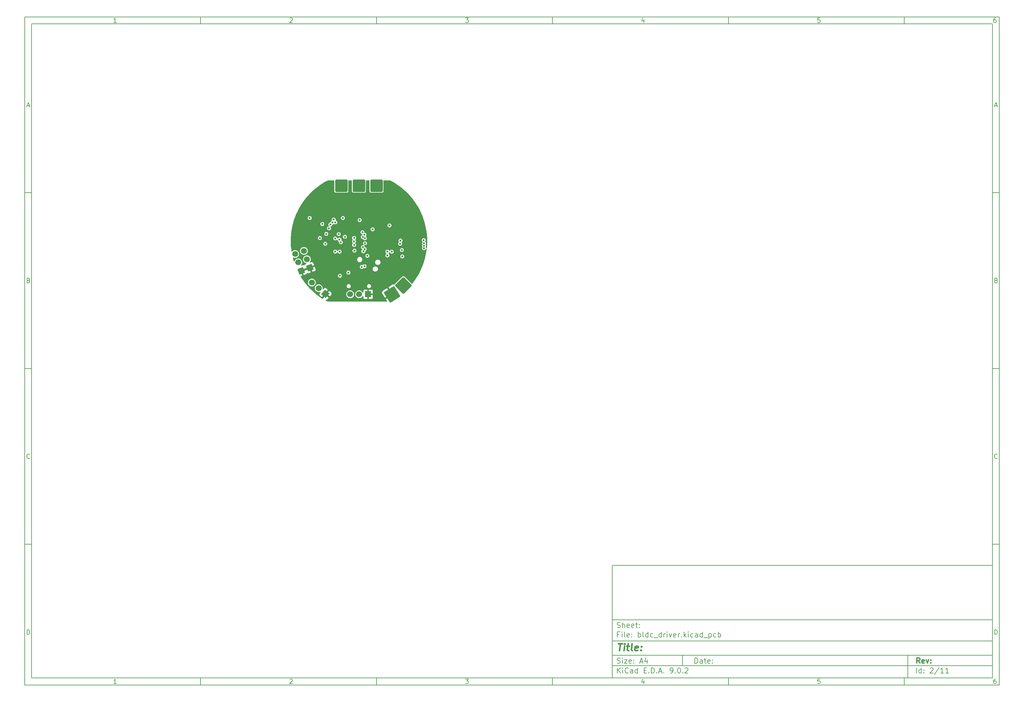
<source format=gbr>
%TF.GenerationSoftware,KiCad,Pcbnew,9.0.2-9.0.2-0~ubuntu22.04.1*%
%TF.CreationDate,2025-07-02T18:49:19+10:00*%
%TF.ProjectId,bldc_driver,626c6463-5f64-4726-9976-65722e6b6963,rev?*%
%TF.SameCoordinates,Original*%
%TF.FileFunction,Copper,L2,Inr*%
%TF.FilePolarity,Positive*%
%FSLAX46Y46*%
G04 Gerber Fmt 4.6, Leading zero omitted, Abs format (unit mm)*
G04 Created by KiCad (PCBNEW 9.0.2-9.0.2-0~ubuntu22.04.1) date 2025-07-02 18:49:19*
%MOMM*%
%LPD*%
G01*
G04 APERTURE LIST*
G04 Aperture macros list*
%AMRoundRect*
0 Rectangle with rounded corners*
0 $1 Rounding radius*
0 $2 $3 $4 $5 $6 $7 $8 $9 X,Y pos of 4 corners*
0 Add a 4 corners polygon primitive as box body*
4,1,4,$2,$3,$4,$5,$6,$7,$8,$9,$2,$3,0*
0 Add four circle primitives for the rounded corners*
1,1,$1+$1,$2,$3*
1,1,$1+$1,$4,$5*
1,1,$1+$1,$6,$7*
1,1,$1+$1,$8,$9*
0 Add four rect primitives between the rounded corners*
20,1,$1+$1,$2,$3,$4,$5,0*
20,1,$1+$1,$4,$5,$6,$7,0*
20,1,$1+$1,$6,$7,$8,$9,0*
20,1,$1+$1,$8,$9,$2,$3,0*%
%AMRotRect*
0 Rectangle, with rotation*
0 The origin of the aperture is its center*
0 $1 length*
0 $2 width*
0 $3 Rotation angle, in degrees counterclockwise*
0 Add horizontal line*
21,1,$1,$2,0,0,$3*%
G04 Aperture macros list end*
%ADD10C,0.100000*%
%ADD11C,0.150000*%
%ADD12C,0.300000*%
%ADD13C,0.400000*%
%TA.AperFunction,ComponentPad*%
%ADD14RoundRect,0.250002X-1.499998X-1.499998X1.499998X-1.499998X1.499998X1.499998X-1.499998X1.499998X0*%
%TD*%
%TA.AperFunction,ComponentPad*%
%ADD15C,3.100000*%
%TD*%
%TA.AperFunction,ComponentPad*%
%ADD16RotRect,1.700000X1.700000X200.000000*%
%TD*%
%TA.AperFunction,ComponentPad*%
%ADD17C,1.700000*%
%TD*%
%TA.AperFunction,ComponentPad*%
%ADD18R,1.700000X1.700000*%
%TD*%
%TA.AperFunction,ComponentPad*%
%ADD19RoundRect,0.250002X-2.071034X0.459137X-0.459137X-2.071034X2.071034X-0.459137X0.459137X2.071034X0*%
%TD*%
%TA.AperFunction,ComponentPad*%
%ADD20RoundRect,0.250002X0.000000X-2.121318X2.121318X0.000000X0.000000X2.121318X-2.121318X0.000000X0*%
%TD*%
%TA.AperFunction,ComponentPad*%
%ADD21RotRect,1.700000X1.700000X230.000000*%
%TD*%
%TA.AperFunction,ViaPad*%
%ADD22C,0.600000*%
%TD*%
G04 APERTURE END LIST*
D10*
D11*
X177002200Y-166007200D02*
X285002200Y-166007200D01*
X285002200Y-198007200D01*
X177002200Y-198007200D01*
X177002200Y-166007200D01*
D10*
D11*
X10000000Y-10000000D02*
X287002200Y-10000000D01*
X287002200Y-200007200D01*
X10000000Y-200007200D01*
X10000000Y-10000000D01*
D10*
D11*
X12000000Y-12000000D02*
X285002200Y-12000000D01*
X285002200Y-198007200D01*
X12000000Y-198007200D01*
X12000000Y-12000000D01*
D10*
D11*
X60000000Y-12000000D02*
X60000000Y-10000000D01*
D10*
D11*
X110000000Y-12000000D02*
X110000000Y-10000000D01*
D10*
D11*
X160000000Y-12000000D02*
X160000000Y-10000000D01*
D10*
D11*
X210000000Y-12000000D02*
X210000000Y-10000000D01*
D10*
D11*
X260000000Y-12000000D02*
X260000000Y-10000000D01*
D10*
D11*
X36089160Y-11593604D02*
X35346303Y-11593604D01*
X35717731Y-11593604D02*
X35717731Y-10293604D01*
X35717731Y-10293604D02*
X35593922Y-10479319D01*
X35593922Y-10479319D02*
X35470112Y-10603128D01*
X35470112Y-10603128D02*
X35346303Y-10665033D01*
D10*
D11*
X85346303Y-10417414D02*
X85408207Y-10355509D01*
X85408207Y-10355509D02*
X85532017Y-10293604D01*
X85532017Y-10293604D02*
X85841541Y-10293604D01*
X85841541Y-10293604D02*
X85965350Y-10355509D01*
X85965350Y-10355509D02*
X86027255Y-10417414D01*
X86027255Y-10417414D02*
X86089160Y-10541223D01*
X86089160Y-10541223D02*
X86089160Y-10665033D01*
X86089160Y-10665033D02*
X86027255Y-10850747D01*
X86027255Y-10850747D02*
X85284398Y-11593604D01*
X85284398Y-11593604D02*
X86089160Y-11593604D01*
D10*
D11*
X135284398Y-10293604D02*
X136089160Y-10293604D01*
X136089160Y-10293604D02*
X135655826Y-10788842D01*
X135655826Y-10788842D02*
X135841541Y-10788842D01*
X135841541Y-10788842D02*
X135965350Y-10850747D01*
X135965350Y-10850747D02*
X136027255Y-10912652D01*
X136027255Y-10912652D02*
X136089160Y-11036461D01*
X136089160Y-11036461D02*
X136089160Y-11345985D01*
X136089160Y-11345985D02*
X136027255Y-11469795D01*
X136027255Y-11469795D02*
X135965350Y-11531700D01*
X135965350Y-11531700D02*
X135841541Y-11593604D01*
X135841541Y-11593604D02*
X135470112Y-11593604D01*
X135470112Y-11593604D02*
X135346303Y-11531700D01*
X135346303Y-11531700D02*
X135284398Y-11469795D01*
D10*
D11*
X185965350Y-10726938D02*
X185965350Y-11593604D01*
X185655826Y-10231700D02*
X185346303Y-11160271D01*
X185346303Y-11160271D02*
X186151064Y-11160271D01*
D10*
D11*
X236027255Y-10293604D02*
X235408207Y-10293604D01*
X235408207Y-10293604D02*
X235346303Y-10912652D01*
X235346303Y-10912652D02*
X235408207Y-10850747D01*
X235408207Y-10850747D02*
X235532017Y-10788842D01*
X235532017Y-10788842D02*
X235841541Y-10788842D01*
X235841541Y-10788842D02*
X235965350Y-10850747D01*
X235965350Y-10850747D02*
X236027255Y-10912652D01*
X236027255Y-10912652D02*
X236089160Y-11036461D01*
X236089160Y-11036461D02*
X236089160Y-11345985D01*
X236089160Y-11345985D02*
X236027255Y-11469795D01*
X236027255Y-11469795D02*
X235965350Y-11531700D01*
X235965350Y-11531700D02*
X235841541Y-11593604D01*
X235841541Y-11593604D02*
X235532017Y-11593604D01*
X235532017Y-11593604D02*
X235408207Y-11531700D01*
X235408207Y-11531700D02*
X235346303Y-11469795D01*
D10*
D11*
X285965350Y-10293604D02*
X285717731Y-10293604D01*
X285717731Y-10293604D02*
X285593922Y-10355509D01*
X285593922Y-10355509D02*
X285532017Y-10417414D01*
X285532017Y-10417414D02*
X285408207Y-10603128D01*
X285408207Y-10603128D02*
X285346303Y-10850747D01*
X285346303Y-10850747D02*
X285346303Y-11345985D01*
X285346303Y-11345985D02*
X285408207Y-11469795D01*
X285408207Y-11469795D02*
X285470112Y-11531700D01*
X285470112Y-11531700D02*
X285593922Y-11593604D01*
X285593922Y-11593604D02*
X285841541Y-11593604D01*
X285841541Y-11593604D02*
X285965350Y-11531700D01*
X285965350Y-11531700D02*
X286027255Y-11469795D01*
X286027255Y-11469795D02*
X286089160Y-11345985D01*
X286089160Y-11345985D02*
X286089160Y-11036461D01*
X286089160Y-11036461D02*
X286027255Y-10912652D01*
X286027255Y-10912652D02*
X285965350Y-10850747D01*
X285965350Y-10850747D02*
X285841541Y-10788842D01*
X285841541Y-10788842D02*
X285593922Y-10788842D01*
X285593922Y-10788842D02*
X285470112Y-10850747D01*
X285470112Y-10850747D02*
X285408207Y-10912652D01*
X285408207Y-10912652D02*
X285346303Y-11036461D01*
D10*
D11*
X60000000Y-198007200D02*
X60000000Y-200007200D01*
D10*
D11*
X110000000Y-198007200D02*
X110000000Y-200007200D01*
D10*
D11*
X160000000Y-198007200D02*
X160000000Y-200007200D01*
D10*
D11*
X210000000Y-198007200D02*
X210000000Y-200007200D01*
D10*
D11*
X260000000Y-198007200D02*
X260000000Y-200007200D01*
D10*
D11*
X36089160Y-199600804D02*
X35346303Y-199600804D01*
X35717731Y-199600804D02*
X35717731Y-198300804D01*
X35717731Y-198300804D02*
X35593922Y-198486519D01*
X35593922Y-198486519D02*
X35470112Y-198610328D01*
X35470112Y-198610328D02*
X35346303Y-198672233D01*
D10*
D11*
X85346303Y-198424614D02*
X85408207Y-198362709D01*
X85408207Y-198362709D02*
X85532017Y-198300804D01*
X85532017Y-198300804D02*
X85841541Y-198300804D01*
X85841541Y-198300804D02*
X85965350Y-198362709D01*
X85965350Y-198362709D02*
X86027255Y-198424614D01*
X86027255Y-198424614D02*
X86089160Y-198548423D01*
X86089160Y-198548423D02*
X86089160Y-198672233D01*
X86089160Y-198672233D02*
X86027255Y-198857947D01*
X86027255Y-198857947D02*
X85284398Y-199600804D01*
X85284398Y-199600804D02*
X86089160Y-199600804D01*
D10*
D11*
X135284398Y-198300804D02*
X136089160Y-198300804D01*
X136089160Y-198300804D02*
X135655826Y-198796042D01*
X135655826Y-198796042D02*
X135841541Y-198796042D01*
X135841541Y-198796042D02*
X135965350Y-198857947D01*
X135965350Y-198857947D02*
X136027255Y-198919852D01*
X136027255Y-198919852D02*
X136089160Y-199043661D01*
X136089160Y-199043661D02*
X136089160Y-199353185D01*
X136089160Y-199353185D02*
X136027255Y-199476995D01*
X136027255Y-199476995D02*
X135965350Y-199538900D01*
X135965350Y-199538900D02*
X135841541Y-199600804D01*
X135841541Y-199600804D02*
X135470112Y-199600804D01*
X135470112Y-199600804D02*
X135346303Y-199538900D01*
X135346303Y-199538900D02*
X135284398Y-199476995D01*
D10*
D11*
X185965350Y-198734138D02*
X185965350Y-199600804D01*
X185655826Y-198238900D02*
X185346303Y-199167471D01*
X185346303Y-199167471D02*
X186151064Y-199167471D01*
D10*
D11*
X236027255Y-198300804D02*
X235408207Y-198300804D01*
X235408207Y-198300804D02*
X235346303Y-198919852D01*
X235346303Y-198919852D02*
X235408207Y-198857947D01*
X235408207Y-198857947D02*
X235532017Y-198796042D01*
X235532017Y-198796042D02*
X235841541Y-198796042D01*
X235841541Y-198796042D02*
X235965350Y-198857947D01*
X235965350Y-198857947D02*
X236027255Y-198919852D01*
X236027255Y-198919852D02*
X236089160Y-199043661D01*
X236089160Y-199043661D02*
X236089160Y-199353185D01*
X236089160Y-199353185D02*
X236027255Y-199476995D01*
X236027255Y-199476995D02*
X235965350Y-199538900D01*
X235965350Y-199538900D02*
X235841541Y-199600804D01*
X235841541Y-199600804D02*
X235532017Y-199600804D01*
X235532017Y-199600804D02*
X235408207Y-199538900D01*
X235408207Y-199538900D02*
X235346303Y-199476995D01*
D10*
D11*
X285965350Y-198300804D02*
X285717731Y-198300804D01*
X285717731Y-198300804D02*
X285593922Y-198362709D01*
X285593922Y-198362709D02*
X285532017Y-198424614D01*
X285532017Y-198424614D02*
X285408207Y-198610328D01*
X285408207Y-198610328D02*
X285346303Y-198857947D01*
X285346303Y-198857947D02*
X285346303Y-199353185D01*
X285346303Y-199353185D02*
X285408207Y-199476995D01*
X285408207Y-199476995D02*
X285470112Y-199538900D01*
X285470112Y-199538900D02*
X285593922Y-199600804D01*
X285593922Y-199600804D02*
X285841541Y-199600804D01*
X285841541Y-199600804D02*
X285965350Y-199538900D01*
X285965350Y-199538900D02*
X286027255Y-199476995D01*
X286027255Y-199476995D02*
X286089160Y-199353185D01*
X286089160Y-199353185D02*
X286089160Y-199043661D01*
X286089160Y-199043661D02*
X286027255Y-198919852D01*
X286027255Y-198919852D02*
X285965350Y-198857947D01*
X285965350Y-198857947D02*
X285841541Y-198796042D01*
X285841541Y-198796042D02*
X285593922Y-198796042D01*
X285593922Y-198796042D02*
X285470112Y-198857947D01*
X285470112Y-198857947D02*
X285408207Y-198919852D01*
X285408207Y-198919852D02*
X285346303Y-199043661D01*
D10*
D11*
X10000000Y-60000000D02*
X12000000Y-60000000D01*
D10*
D11*
X10000000Y-110000000D02*
X12000000Y-110000000D01*
D10*
D11*
X10000000Y-160000000D02*
X12000000Y-160000000D01*
D10*
D11*
X10690476Y-35222176D02*
X11309523Y-35222176D01*
X10566666Y-35593604D02*
X10999999Y-34293604D01*
X10999999Y-34293604D02*
X11433333Y-35593604D01*
D10*
D11*
X11092857Y-84912652D02*
X11278571Y-84974557D01*
X11278571Y-84974557D02*
X11340476Y-85036461D01*
X11340476Y-85036461D02*
X11402380Y-85160271D01*
X11402380Y-85160271D02*
X11402380Y-85345985D01*
X11402380Y-85345985D02*
X11340476Y-85469795D01*
X11340476Y-85469795D02*
X11278571Y-85531700D01*
X11278571Y-85531700D02*
X11154761Y-85593604D01*
X11154761Y-85593604D02*
X10659523Y-85593604D01*
X10659523Y-85593604D02*
X10659523Y-84293604D01*
X10659523Y-84293604D02*
X11092857Y-84293604D01*
X11092857Y-84293604D02*
X11216666Y-84355509D01*
X11216666Y-84355509D02*
X11278571Y-84417414D01*
X11278571Y-84417414D02*
X11340476Y-84541223D01*
X11340476Y-84541223D02*
X11340476Y-84665033D01*
X11340476Y-84665033D02*
X11278571Y-84788842D01*
X11278571Y-84788842D02*
X11216666Y-84850747D01*
X11216666Y-84850747D02*
X11092857Y-84912652D01*
X11092857Y-84912652D02*
X10659523Y-84912652D01*
D10*
D11*
X11402380Y-135469795D02*
X11340476Y-135531700D01*
X11340476Y-135531700D02*
X11154761Y-135593604D01*
X11154761Y-135593604D02*
X11030952Y-135593604D01*
X11030952Y-135593604D02*
X10845238Y-135531700D01*
X10845238Y-135531700D02*
X10721428Y-135407890D01*
X10721428Y-135407890D02*
X10659523Y-135284080D01*
X10659523Y-135284080D02*
X10597619Y-135036461D01*
X10597619Y-135036461D02*
X10597619Y-134850747D01*
X10597619Y-134850747D02*
X10659523Y-134603128D01*
X10659523Y-134603128D02*
X10721428Y-134479319D01*
X10721428Y-134479319D02*
X10845238Y-134355509D01*
X10845238Y-134355509D02*
X11030952Y-134293604D01*
X11030952Y-134293604D02*
X11154761Y-134293604D01*
X11154761Y-134293604D02*
X11340476Y-134355509D01*
X11340476Y-134355509D02*
X11402380Y-134417414D01*
D10*
D11*
X10659523Y-185593604D02*
X10659523Y-184293604D01*
X10659523Y-184293604D02*
X10969047Y-184293604D01*
X10969047Y-184293604D02*
X11154761Y-184355509D01*
X11154761Y-184355509D02*
X11278571Y-184479319D01*
X11278571Y-184479319D02*
X11340476Y-184603128D01*
X11340476Y-184603128D02*
X11402380Y-184850747D01*
X11402380Y-184850747D02*
X11402380Y-185036461D01*
X11402380Y-185036461D02*
X11340476Y-185284080D01*
X11340476Y-185284080D02*
X11278571Y-185407890D01*
X11278571Y-185407890D02*
X11154761Y-185531700D01*
X11154761Y-185531700D02*
X10969047Y-185593604D01*
X10969047Y-185593604D02*
X10659523Y-185593604D01*
D10*
D11*
X287002200Y-60000000D02*
X285002200Y-60000000D01*
D10*
D11*
X287002200Y-110000000D02*
X285002200Y-110000000D01*
D10*
D11*
X287002200Y-160000000D02*
X285002200Y-160000000D01*
D10*
D11*
X285692676Y-35222176D02*
X286311723Y-35222176D01*
X285568866Y-35593604D02*
X286002199Y-34293604D01*
X286002199Y-34293604D02*
X286435533Y-35593604D01*
D10*
D11*
X286095057Y-84912652D02*
X286280771Y-84974557D01*
X286280771Y-84974557D02*
X286342676Y-85036461D01*
X286342676Y-85036461D02*
X286404580Y-85160271D01*
X286404580Y-85160271D02*
X286404580Y-85345985D01*
X286404580Y-85345985D02*
X286342676Y-85469795D01*
X286342676Y-85469795D02*
X286280771Y-85531700D01*
X286280771Y-85531700D02*
X286156961Y-85593604D01*
X286156961Y-85593604D02*
X285661723Y-85593604D01*
X285661723Y-85593604D02*
X285661723Y-84293604D01*
X285661723Y-84293604D02*
X286095057Y-84293604D01*
X286095057Y-84293604D02*
X286218866Y-84355509D01*
X286218866Y-84355509D02*
X286280771Y-84417414D01*
X286280771Y-84417414D02*
X286342676Y-84541223D01*
X286342676Y-84541223D02*
X286342676Y-84665033D01*
X286342676Y-84665033D02*
X286280771Y-84788842D01*
X286280771Y-84788842D02*
X286218866Y-84850747D01*
X286218866Y-84850747D02*
X286095057Y-84912652D01*
X286095057Y-84912652D02*
X285661723Y-84912652D01*
D10*
D11*
X286404580Y-135469795D02*
X286342676Y-135531700D01*
X286342676Y-135531700D02*
X286156961Y-135593604D01*
X286156961Y-135593604D02*
X286033152Y-135593604D01*
X286033152Y-135593604D02*
X285847438Y-135531700D01*
X285847438Y-135531700D02*
X285723628Y-135407890D01*
X285723628Y-135407890D02*
X285661723Y-135284080D01*
X285661723Y-135284080D02*
X285599819Y-135036461D01*
X285599819Y-135036461D02*
X285599819Y-134850747D01*
X285599819Y-134850747D02*
X285661723Y-134603128D01*
X285661723Y-134603128D02*
X285723628Y-134479319D01*
X285723628Y-134479319D02*
X285847438Y-134355509D01*
X285847438Y-134355509D02*
X286033152Y-134293604D01*
X286033152Y-134293604D02*
X286156961Y-134293604D01*
X286156961Y-134293604D02*
X286342676Y-134355509D01*
X286342676Y-134355509D02*
X286404580Y-134417414D01*
D10*
D11*
X285661723Y-185593604D02*
X285661723Y-184293604D01*
X285661723Y-184293604D02*
X285971247Y-184293604D01*
X285971247Y-184293604D02*
X286156961Y-184355509D01*
X286156961Y-184355509D02*
X286280771Y-184479319D01*
X286280771Y-184479319D02*
X286342676Y-184603128D01*
X286342676Y-184603128D02*
X286404580Y-184850747D01*
X286404580Y-184850747D02*
X286404580Y-185036461D01*
X286404580Y-185036461D02*
X286342676Y-185284080D01*
X286342676Y-185284080D02*
X286280771Y-185407890D01*
X286280771Y-185407890D02*
X286156961Y-185531700D01*
X286156961Y-185531700D02*
X285971247Y-185593604D01*
X285971247Y-185593604D02*
X285661723Y-185593604D01*
D10*
D11*
X200458026Y-193793328D02*
X200458026Y-192293328D01*
X200458026Y-192293328D02*
X200815169Y-192293328D01*
X200815169Y-192293328D02*
X201029455Y-192364757D01*
X201029455Y-192364757D02*
X201172312Y-192507614D01*
X201172312Y-192507614D02*
X201243741Y-192650471D01*
X201243741Y-192650471D02*
X201315169Y-192936185D01*
X201315169Y-192936185D02*
X201315169Y-193150471D01*
X201315169Y-193150471D02*
X201243741Y-193436185D01*
X201243741Y-193436185D02*
X201172312Y-193579042D01*
X201172312Y-193579042D02*
X201029455Y-193721900D01*
X201029455Y-193721900D02*
X200815169Y-193793328D01*
X200815169Y-193793328D02*
X200458026Y-193793328D01*
X202600884Y-193793328D02*
X202600884Y-193007614D01*
X202600884Y-193007614D02*
X202529455Y-192864757D01*
X202529455Y-192864757D02*
X202386598Y-192793328D01*
X202386598Y-192793328D02*
X202100884Y-192793328D01*
X202100884Y-192793328D02*
X201958026Y-192864757D01*
X202600884Y-193721900D02*
X202458026Y-193793328D01*
X202458026Y-193793328D02*
X202100884Y-193793328D01*
X202100884Y-193793328D02*
X201958026Y-193721900D01*
X201958026Y-193721900D02*
X201886598Y-193579042D01*
X201886598Y-193579042D02*
X201886598Y-193436185D01*
X201886598Y-193436185D02*
X201958026Y-193293328D01*
X201958026Y-193293328D02*
X202100884Y-193221900D01*
X202100884Y-193221900D02*
X202458026Y-193221900D01*
X202458026Y-193221900D02*
X202600884Y-193150471D01*
X203100884Y-192793328D02*
X203672312Y-192793328D01*
X203315169Y-192293328D02*
X203315169Y-193579042D01*
X203315169Y-193579042D02*
X203386598Y-193721900D01*
X203386598Y-193721900D02*
X203529455Y-193793328D01*
X203529455Y-193793328D02*
X203672312Y-193793328D01*
X204743741Y-193721900D02*
X204600884Y-193793328D01*
X204600884Y-193793328D02*
X204315170Y-193793328D01*
X204315170Y-193793328D02*
X204172312Y-193721900D01*
X204172312Y-193721900D02*
X204100884Y-193579042D01*
X204100884Y-193579042D02*
X204100884Y-193007614D01*
X204100884Y-193007614D02*
X204172312Y-192864757D01*
X204172312Y-192864757D02*
X204315170Y-192793328D01*
X204315170Y-192793328D02*
X204600884Y-192793328D01*
X204600884Y-192793328D02*
X204743741Y-192864757D01*
X204743741Y-192864757D02*
X204815170Y-193007614D01*
X204815170Y-193007614D02*
X204815170Y-193150471D01*
X204815170Y-193150471D02*
X204100884Y-193293328D01*
X205458026Y-193650471D02*
X205529455Y-193721900D01*
X205529455Y-193721900D02*
X205458026Y-193793328D01*
X205458026Y-193793328D02*
X205386598Y-193721900D01*
X205386598Y-193721900D02*
X205458026Y-193650471D01*
X205458026Y-193650471D02*
X205458026Y-193793328D01*
X205458026Y-192864757D02*
X205529455Y-192936185D01*
X205529455Y-192936185D02*
X205458026Y-193007614D01*
X205458026Y-193007614D02*
X205386598Y-192936185D01*
X205386598Y-192936185D02*
X205458026Y-192864757D01*
X205458026Y-192864757D02*
X205458026Y-193007614D01*
D10*
D11*
X177002200Y-194507200D02*
X285002200Y-194507200D01*
D10*
D11*
X178458026Y-196593328D02*
X178458026Y-195093328D01*
X179315169Y-196593328D02*
X178672312Y-195736185D01*
X179315169Y-195093328D02*
X178458026Y-195950471D01*
X179958026Y-196593328D02*
X179958026Y-195593328D01*
X179958026Y-195093328D02*
X179886598Y-195164757D01*
X179886598Y-195164757D02*
X179958026Y-195236185D01*
X179958026Y-195236185D02*
X180029455Y-195164757D01*
X180029455Y-195164757D02*
X179958026Y-195093328D01*
X179958026Y-195093328D02*
X179958026Y-195236185D01*
X181529455Y-196450471D02*
X181458027Y-196521900D01*
X181458027Y-196521900D02*
X181243741Y-196593328D01*
X181243741Y-196593328D02*
X181100884Y-196593328D01*
X181100884Y-196593328D02*
X180886598Y-196521900D01*
X180886598Y-196521900D02*
X180743741Y-196379042D01*
X180743741Y-196379042D02*
X180672312Y-196236185D01*
X180672312Y-196236185D02*
X180600884Y-195950471D01*
X180600884Y-195950471D02*
X180600884Y-195736185D01*
X180600884Y-195736185D02*
X180672312Y-195450471D01*
X180672312Y-195450471D02*
X180743741Y-195307614D01*
X180743741Y-195307614D02*
X180886598Y-195164757D01*
X180886598Y-195164757D02*
X181100884Y-195093328D01*
X181100884Y-195093328D02*
X181243741Y-195093328D01*
X181243741Y-195093328D02*
X181458027Y-195164757D01*
X181458027Y-195164757D02*
X181529455Y-195236185D01*
X182815170Y-196593328D02*
X182815170Y-195807614D01*
X182815170Y-195807614D02*
X182743741Y-195664757D01*
X182743741Y-195664757D02*
X182600884Y-195593328D01*
X182600884Y-195593328D02*
X182315170Y-195593328D01*
X182315170Y-195593328D02*
X182172312Y-195664757D01*
X182815170Y-196521900D02*
X182672312Y-196593328D01*
X182672312Y-196593328D02*
X182315170Y-196593328D01*
X182315170Y-196593328D02*
X182172312Y-196521900D01*
X182172312Y-196521900D02*
X182100884Y-196379042D01*
X182100884Y-196379042D02*
X182100884Y-196236185D01*
X182100884Y-196236185D02*
X182172312Y-196093328D01*
X182172312Y-196093328D02*
X182315170Y-196021900D01*
X182315170Y-196021900D02*
X182672312Y-196021900D01*
X182672312Y-196021900D02*
X182815170Y-195950471D01*
X184172313Y-196593328D02*
X184172313Y-195093328D01*
X184172313Y-196521900D02*
X184029455Y-196593328D01*
X184029455Y-196593328D02*
X183743741Y-196593328D01*
X183743741Y-196593328D02*
X183600884Y-196521900D01*
X183600884Y-196521900D02*
X183529455Y-196450471D01*
X183529455Y-196450471D02*
X183458027Y-196307614D01*
X183458027Y-196307614D02*
X183458027Y-195879042D01*
X183458027Y-195879042D02*
X183529455Y-195736185D01*
X183529455Y-195736185D02*
X183600884Y-195664757D01*
X183600884Y-195664757D02*
X183743741Y-195593328D01*
X183743741Y-195593328D02*
X184029455Y-195593328D01*
X184029455Y-195593328D02*
X184172313Y-195664757D01*
X186029455Y-195807614D02*
X186529455Y-195807614D01*
X186743741Y-196593328D02*
X186029455Y-196593328D01*
X186029455Y-196593328D02*
X186029455Y-195093328D01*
X186029455Y-195093328D02*
X186743741Y-195093328D01*
X187386598Y-196450471D02*
X187458027Y-196521900D01*
X187458027Y-196521900D02*
X187386598Y-196593328D01*
X187386598Y-196593328D02*
X187315170Y-196521900D01*
X187315170Y-196521900D02*
X187386598Y-196450471D01*
X187386598Y-196450471D02*
X187386598Y-196593328D01*
X188100884Y-196593328D02*
X188100884Y-195093328D01*
X188100884Y-195093328D02*
X188458027Y-195093328D01*
X188458027Y-195093328D02*
X188672313Y-195164757D01*
X188672313Y-195164757D02*
X188815170Y-195307614D01*
X188815170Y-195307614D02*
X188886599Y-195450471D01*
X188886599Y-195450471D02*
X188958027Y-195736185D01*
X188958027Y-195736185D02*
X188958027Y-195950471D01*
X188958027Y-195950471D02*
X188886599Y-196236185D01*
X188886599Y-196236185D02*
X188815170Y-196379042D01*
X188815170Y-196379042D02*
X188672313Y-196521900D01*
X188672313Y-196521900D02*
X188458027Y-196593328D01*
X188458027Y-196593328D02*
X188100884Y-196593328D01*
X189600884Y-196450471D02*
X189672313Y-196521900D01*
X189672313Y-196521900D02*
X189600884Y-196593328D01*
X189600884Y-196593328D02*
X189529456Y-196521900D01*
X189529456Y-196521900D02*
X189600884Y-196450471D01*
X189600884Y-196450471D02*
X189600884Y-196593328D01*
X190243742Y-196164757D02*
X190958028Y-196164757D01*
X190100885Y-196593328D02*
X190600885Y-195093328D01*
X190600885Y-195093328D02*
X191100885Y-196593328D01*
X191600884Y-196450471D02*
X191672313Y-196521900D01*
X191672313Y-196521900D02*
X191600884Y-196593328D01*
X191600884Y-196593328D02*
X191529456Y-196521900D01*
X191529456Y-196521900D02*
X191600884Y-196450471D01*
X191600884Y-196450471D02*
X191600884Y-196593328D01*
X193529456Y-196593328D02*
X193815170Y-196593328D01*
X193815170Y-196593328D02*
X193958027Y-196521900D01*
X193958027Y-196521900D02*
X194029456Y-196450471D01*
X194029456Y-196450471D02*
X194172313Y-196236185D01*
X194172313Y-196236185D02*
X194243742Y-195950471D01*
X194243742Y-195950471D02*
X194243742Y-195379042D01*
X194243742Y-195379042D02*
X194172313Y-195236185D01*
X194172313Y-195236185D02*
X194100885Y-195164757D01*
X194100885Y-195164757D02*
X193958027Y-195093328D01*
X193958027Y-195093328D02*
X193672313Y-195093328D01*
X193672313Y-195093328D02*
X193529456Y-195164757D01*
X193529456Y-195164757D02*
X193458027Y-195236185D01*
X193458027Y-195236185D02*
X193386599Y-195379042D01*
X193386599Y-195379042D02*
X193386599Y-195736185D01*
X193386599Y-195736185D02*
X193458027Y-195879042D01*
X193458027Y-195879042D02*
X193529456Y-195950471D01*
X193529456Y-195950471D02*
X193672313Y-196021900D01*
X193672313Y-196021900D02*
X193958027Y-196021900D01*
X193958027Y-196021900D02*
X194100885Y-195950471D01*
X194100885Y-195950471D02*
X194172313Y-195879042D01*
X194172313Y-195879042D02*
X194243742Y-195736185D01*
X194886598Y-196450471D02*
X194958027Y-196521900D01*
X194958027Y-196521900D02*
X194886598Y-196593328D01*
X194886598Y-196593328D02*
X194815170Y-196521900D01*
X194815170Y-196521900D02*
X194886598Y-196450471D01*
X194886598Y-196450471D02*
X194886598Y-196593328D01*
X195886599Y-195093328D02*
X196029456Y-195093328D01*
X196029456Y-195093328D02*
X196172313Y-195164757D01*
X196172313Y-195164757D02*
X196243742Y-195236185D01*
X196243742Y-195236185D02*
X196315170Y-195379042D01*
X196315170Y-195379042D02*
X196386599Y-195664757D01*
X196386599Y-195664757D02*
X196386599Y-196021900D01*
X196386599Y-196021900D02*
X196315170Y-196307614D01*
X196315170Y-196307614D02*
X196243742Y-196450471D01*
X196243742Y-196450471D02*
X196172313Y-196521900D01*
X196172313Y-196521900D02*
X196029456Y-196593328D01*
X196029456Y-196593328D02*
X195886599Y-196593328D01*
X195886599Y-196593328D02*
X195743742Y-196521900D01*
X195743742Y-196521900D02*
X195672313Y-196450471D01*
X195672313Y-196450471D02*
X195600884Y-196307614D01*
X195600884Y-196307614D02*
X195529456Y-196021900D01*
X195529456Y-196021900D02*
X195529456Y-195664757D01*
X195529456Y-195664757D02*
X195600884Y-195379042D01*
X195600884Y-195379042D02*
X195672313Y-195236185D01*
X195672313Y-195236185D02*
X195743742Y-195164757D01*
X195743742Y-195164757D02*
X195886599Y-195093328D01*
X197029455Y-196450471D02*
X197100884Y-196521900D01*
X197100884Y-196521900D02*
X197029455Y-196593328D01*
X197029455Y-196593328D02*
X196958027Y-196521900D01*
X196958027Y-196521900D02*
X197029455Y-196450471D01*
X197029455Y-196450471D02*
X197029455Y-196593328D01*
X197672313Y-195236185D02*
X197743741Y-195164757D01*
X197743741Y-195164757D02*
X197886599Y-195093328D01*
X197886599Y-195093328D02*
X198243741Y-195093328D01*
X198243741Y-195093328D02*
X198386599Y-195164757D01*
X198386599Y-195164757D02*
X198458027Y-195236185D01*
X198458027Y-195236185D02*
X198529456Y-195379042D01*
X198529456Y-195379042D02*
X198529456Y-195521900D01*
X198529456Y-195521900D02*
X198458027Y-195736185D01*
X198458027Y-195736185D02*
X197600884Y-196593328D01*
X197600884Y-196593328D02*
X198529456Y-196593328D01*
D10*
D11*
X177002200Y-191507200D02*
X285002200Y-191507200D01*
D10*
D12*
X264413853Y-193785528D02*
X263913853Y-193071242D01*
X263556710Y-193785528D02*
X263556710Y-192285528D01*
X263556710Y-192285528D02*
X264128139Y-192285528D01*
X264128139Y-192285528D02*
X264270996Y-192356957D01*
X264270996Y-192356957D02*
X264342425Y-192428385D01*
X264342425Y-192428385D02*
X264413853Y-192571242D01*
X264413853Y-192571242D02*
X264413853Y-192785528D01*
X264413853Y-192785528D02*
X264342425Y-192928385D01*
X264342425Y-192928385D02*
X264270996Y-192999814D01*
X264270996Y-192999814D02*
X264128139Y-193071242D01*
X264128139Y-193071242D02*
X263556710Y-193071242D01*
X265628139Y-193714100D02*
X265485282Y-193785528D01*
X265485282Y-193785528D02*
X265199568Y-193785528D01*
X265199568Y-193785528D02*
X265056710Y-193714100D01*
X265056710Y-193714100D02*
X264985282Y-193571242D01*
X264985282Y-193571242D02*
X264985282Y-192999814D01*
X264985282Y-192999814D02*
X265056710Y-192856957D01*
X265056710Y-192856957D02*
X265199568Y-192785528D01*
X265199568Y-192785528D02*
X265485282Y-192785528D01*
X265485282Y-192785528D02*
X265628139Y-192856957D01*
X265628139Y-192856957D02*
X265699568Y-192999814D01*
X265699568Y-192999814D02*
X265699568Y-193142671D01*
X265699568Y-193142671D02*
X264985282Y-193285528D01*
X266199567Y-192785528D02*
X266556710Y-193785528D01*
X266556710Y-193785528D02*
X266913853Y-192785528D01*
X267485281Y-193642671D02*
X267556710Y-193714100D01*
X267556710Y-193714100D02*
X267485281Y-193785528D01*
X267485281Y-193785528D02*
X267413853Y-193714100D01*
X267413853Y-193714100D02*
X267485281Y-193642671D01*
X267485281Y-193642671D02*
X267485281Y-193785528D01*
X267485281Y-192856957D02*
X267556710Y-192928385D01*
X267556710Y-192928385D02*
X267485281Y-192999814D01*
X267485281Y-192999814D02*
X267413853Y-192928385D01*
X267413853Y-192928385D02*
X267485281Y-192856957D01*
X267485281Y-192856957D02*
X267485281Y-192999814D01*
D10*
D11*
X178386598Y-193721900D02*
X178600884Y-193793328D01*
X178600884Y-193793328D02*
X178958026Y-193793328D01*
X178958026Y-193793328D02*
X179100884Y-193721900D01*
X179100884Y-193721900D02*
X179172312Y-193650471D01*
X179172312Y-193650471D02*
X179243741Y-193507614D01*
X179243741Y-193507614D02*
X179243741Y-193364757D01*
X179243741Y-193364757D02*
X179172312Y-193221900D01*
X179172312Y-193221900D02*
X179100884Y-193150471D01*
X179100884Y-193150471D02*
X178958026Y-193079042D01*
X178958026Y-193079042D02*
X178672312Y-193007614D01*
X178672312Y-193007614D02*
X178529455Y-192936185D01*
X178529455Y-192936185D02*
X178458026Y-192864757D01*
X178458026Y-192864757D02*
X178386598Y-192721900D01*
X178386598Y-192721900D02*
X178386598Y-192579042D01*
X178386598Y-192579042D02*
X178458026Y-192436185D01*
X178458026Y-192436185D02*
X178529455Y-192364757D01*
X178529455Y-192364757D02*
X178672312Y-192293328D01*
X178672312Y-192293328D02*
X179029455Y-192293328D01*
X179029455Y-192293328D02*
X179243741Y-192364757D01*
X179886597Y-193793328D02*
X179886597Y-192793328D01*
X179886597Y-192293328D02*
X179815169Y-192364757D01*
X179815169Y-192364757D02*
X179886597Y-192436185D01*
X179886597Y-192436185D02*
X179958026Y-192364757D01*
X179958026Y-192364757D02*
X179886597Y-192293328D01*
X179886597Y-192293328D02*
X179886597Y-192436185D01*
X180458026Y-192793328D02*
X181243741Y-192793328D01*
X181243741Y-192793328D02*
X180458026Y-193793328D01*
X180458026Y-193793328D02*
X181243741Y-193793328D01*
X182386598Y-193721900D02*
X182243741Y-193793328D01*
X182243741Y-193793328D02*
X181958027Y-193793328D01*
X181958027Y-193793328D02*
X181815169Y-193721900D01*
X181815169Y-193721900D02*
X181743741Y-193579042D01*
X181743741Y-193579042D02*
X181743741Y-193007614D01*
X181743741Y-193007614D02*
X181815169Y-192864757D01*
X181815169Y-192864757D02*
X181958027Y-192793328D01*
X181958027Y-192793328D02*
X182243741Y-192793328D01*
X182243741Y-192793328D02*
X182386598Y-192864757D01*
X182386598Y-192864757D02*
X182458027Y-193007614D01*
X182458027Y-193007614D02*
X182458027Y-193150471D01*
X182458027Y-193150471D02*
X181743741Y-193293328D01*
X183100883Y-193650471D02*
X183172312Y-193721900D01*
X183172312Y-193721900D02*
X183100883Y-193793328D01*
X183100883Y-193793328D02*
X183029455Y-193721900D01*
X183029455Y-193721900D02*
X183100883Y-193650471D01*
X183100883Y-193650471D02*
X183100883Y-193793328D01*
X183100883Y-192864757D02*
X183172312Y-192936185D01*
X183172312Y-192936185D02*
X183100883Y-193007614D01*
X183100883Y-193007614D02*
X183029455Y-192936185D01*
X183029455Y-192936185D02*
X183100883Y-192864757D01*
X183100883Y-192864757D02*
X183100883Y-193007614D01*
X184886598Y-193364757D02*
X185600884Y-193364757D01*
X184743741Y-193793328D02*
X185243741Y-192293328D01*
X185243741Y-192293328D02*
X185743741Y-193793328D01*
X186886598Y-192793328D02*
X186886598Y-193793328D01*
X186529455Y-192221900D02*
X186172312Y-193293328D01*
X186172312Y-193293328D02*
X187100883Y-193293328D01*
D10*
D11*
X263458026Y-196593328D02*
X263458026Y-195093328D01*
X264815170Y-196593328D02*
X264815170Y-195093328D01*
X264815170Y-196521900D02*
X264672312Y-196593328D01*
X264672312Y-196593328D02*
X264386598Y-196593328D01*
X264386598Y-196593328D02*
X264243741Y-196521900D01*
X264243741Y-196521900D02*
X264172312Y-196450471D01*
X264172312Y-196450471D02*
X264100884Y-196307614D01*
X264100884Y-196307614D02*
X264100884Y-195879042D01*
X264100884Y-195879042D02*
X264172312Y-195736185D01*
X264172312Y-195736185D02*
X264243741Y-195664757D01*
X264243741Y-195664757D02*
X264386598Y-195593328D01*
X264386598Y-195593328D02*
X264672312Y-195593328D01*
X264672312Y-195593328D02*
X264815170Y-195664757D01*
X265529455Y-196450471D02*
X265600884Y-196521900D01*
X265600884Y-196521900D02*
X265529455Y-196593328D01*
X265529455Y-196593328D02*
X265458027Y-196521900D01*
X265458027Y-196521900D02*
X265529455Y-196450471D01*
X265529455Y-196450471D02*
X265529455Y-196593328D01*
X265529455Y-195664757D02*
X265600884Y-195736185D01*
X265600884Y-195736185D02*
X265529455Y-195807614D01*
X265529455Y-195807614D02*
X265458027Y-195736185D01*
X265458027Y-195736185D02*
X265529455Y-195664757D01*
X265529455Y-195664757D02*
X265529455Y-195807614D01*
X267315170Y-195236185D02*
X267386598Y-195164757D01*
X267386598Y-195164757D02*
X267529456Y-195093328D01*
X267529456Y-195093328D02*
X267886598Y-195093328D01*
X267886598Y-195093328D02*
X268029456Y-195164757D01*
X268029456Y-195164757D02*
X268100884Y-195236185D01*
X268100884Y-195236185D02*
X268172313Y-195379042D01*
X268172313Y-195379042D02*
X268172313Y-195521900D01*
X268172313Y-195521900D02*
X268100884Y-195736185D01*
X268100884Y-195736185D02*
X267243741Y-196593328D01*
X267243741Y-196593328D02*
X268172313Y-196593328D01*
X269886598Y-195021900D02*
X268600884Y-196950471D01*
X271172313Y-196593328D02*
X270315170Y-196593328D01*
X270743741Y-196593328D02*
X270743741Y-195093328D01*
X270743741Y-195093328D02*
X270600884Y-195307614D01*
X270600884Y-195307614D02*
X270458027Y-195450471D01*
X270458027Y-195450471D02*
X270315170Y-195521900D01*
X272600884Y-196593328D02*
X271743741Y-196593328D01*
X272172312Y-196593328D02*
X272172312Y-195093328D01*
X272172312Y-195093328D02*
X272029455Y-195307614D01*
X272029455Y-195307614D02*
X271886598Y-195450471D01*
X271886598Y-195450471D02*
X271743741Y-195521900D01*
D10*
D11*
X177002200Y-187507200D02*
X285002200Y-187507200D01*
D10*
D13*
X178693928Y-188211638D02*
X179836785Y-188211638D01*
X179015357Y-190211638D02*
X179265357Y-188211638D01*
X180253452Y-190211638D02*
X180420119Y-188878304D01*
X180503452Y-188211638D02*
X180396309Y-188306876D01*
X180396309Y-188306876D02*
X180479643Y-188402114D01*
X180479643Y-188402114D02*
X180586786Y-188306876D01*
X180586786Y-188306876D02*
X180503452Y-188211638D01*
X180503452Y-188211638D02*
X180479643Y-188402114D01*
X181086786Y-188878304D02*
X181848690Y-188878304D01*
X181455833Y-188211638D02*
X181241548Y-189925923D01*
X181241548Y-189925923D02*
X181312976Y-190116400D01*
X181312976Y-190116400D02*
X181491548Y-190211638D01*
X181491548Y-190211638D02*
X181682024Y-190211638D01*
X182634405Y-190211638D02*
X182455833Y-190116400D01*
X182455833Y-190116400D02*
X182384405Y-189925923D01*
X182384405Y-189925923D02*
X182598690Y-188211638D01*
X184170119Y-190116400D02*
X183967738Y-190211638D01*
X183967738Y-190211638D02*
X183586785Y-190211638D01*
X183586785Y-190211638D02*
X183408214Y-190116400D01*
X183408214Y-190116400D02*
X183336785Y-189925923D01*
X183336785Y-189925923D02*
X183432024Y-189164019D01*
X183432024Y-189164019D02*
X183551071Y-188973542D01*
X183551071Y-188973542D02*
X183753452Y-188878304D01*
X183753452Y-188878304D02*
X184134404Y-188878304D01*
X184134404Y-188878304D02*
X184312976Y-188973542D01*
X184312976Y-188973542D02*
X184384404Y-189164019D01*
X184384404Y-189164019D02*
X184360595Y-189354495D01*
X184360595Y-189354495D02*
X183384404Y-189544971D01*
X185134405Y-190021161D02*
X185217738Y-190116400D01*
X185217738Y-190116400D02*
X185110595Y-190211638D01*
X185110595Y-190211638D02*
X185027262Y-190116400D01*
X185027262Y-190116400D02*
X185134405Y-190021161D01*
X185134405Y-190021161D02*
X185110595Y-190211638D01*
X185265357Y-188973542D02*
X185348690Y-189068780D01*
X185348690Y-189068780D02*
X185241548Y-189164019D01*
X185241548Y-189164019D02*
X185158214Y-189068780D01*
X185158214Y-189068780D02*
X185265357Y-188973542D01*
X185265357Y-188973542D02*
X185241548Y-189164019D01*
D10*
D11*
X178958026Y-185607614D02*
X178458026Y-185607614D01*
X178458026Y-186393328D02*
X178458026Y-184893328D01*
X178458026Y-184893328D02*
X179172312Y-184893328D01*
X179743740Y-186393328D02*
X179743740Y-185393328D01*
X179743740Y-184893328D02*
X179672312Y-184964757D01*
X179672312Y-184964757D02*
X179743740Y-185036185D01*
X179743740Y-185036185D02*
X179815169Y-184964757D01*
X179815169Y-184964757D02*
X179743740Y-184893328D01*
X179743740Y-184893328D02*
X179743740Y-185036185D01*
X180672312Y-186393328D02*
X180529455Y-186321900D01*
X180529455Y-186321900D02*
X180458026Y-186179042D01*
X180458026Y-186179042D02*
X180458026Y-184893328D01*
X181815169Y-186321900D02*
X181672312Y-186393328D01*
X181672312Y-186393328D02*
X181386598Y-186393328D01*
X181386598Y-186393328D02*
X181243740Y-186321900D01*
X181243740Y-186321900D02*
X181172312Y-186179042D01*
X181172312Y-186179042D02*
X181172312Y-185607614D01*
X181172312Y-185607614D02*
X181243740Y-185464757D01*
X181243740Y-185464757D02*
X181386598Y-185393328D01*
X181386598Y-185393328D02*
X181672312Y-185393328D01*
X181672312Y-185393328D02*
X181815169Y-185464757D01*
X181815169Y-185464757D02*
X181886598Y-185607614D01*
X181886598Y-185607614D02*
X181886598Y-185750471D01*
X181886598Y-185750471D02*
X181172312Y-185893328D01*
X182529454Y-186250471D02*
X182600883Y-186321900D01*
X182600883Y-186321900D02*
X182529454Y-186393328D01*
X182529454Y-186393328D02*
X182458026Y-186321900D01*
X182458026Y-186321900D02*
X182529454Y-186250471D01*
X182529454Y-186250471D02*
X182529454Y-186393328D01*
X182529454Y-185464757D02*
X182600883Y-185536185D01*
X182600883Y-185536185D02*
X182529454Y-185607614D01*
X182529454Y-185607614D02*
X182458026Y-185536185D01*
X182458026Y-185536185D02*
X182529454Y-185464757D01*
X182529454Y-185464757D02*
X182529454Y-185607614D01*
X184386597Y-186393328D02*
X184386597Y-184893328D01*
X184386597Y-185464757D02*
X184529455Y-185393328D01*
X184529455Y-185393328D02*
X184815169Y-185393328D01*
X184815169Y-185393328D02*
X184958026Y-185464757D01*
X184958026Y-185464757D02*
X185029455Y-185536185D01*
X185029455Y-185536185D02*
X185100883Y-185679042D01*
X185100883Y-185679042D02*
X185100883Y-186107614D01*
X185100883Y-186107614D02*
X185029455Y-186250471D01*
X185029455Y-186250471D02*
X184958026Y-186321900D01*
X184958026Y-186321900D02*
X184815169Y-186393328D01*
X184815169Y-186393328D02*
X184529455Y-186393328D01*
X184529455Y-186393328D02*
X184386597Y-186321900D01*
X185958026Y-186393328D02*
X185815169Y-186321900D01*
X185815169Y-186321900D02*
X185743740Y-186179042D01*
X185743740Y-186179042D02*
X185743740Y-184893328D01*
X187172312Y-186393328D02*
X187172312Y-184893328D01*
X187172312Y-186321900D02*
X187029454Y-186393328D01*
X187029454Y-186393328D02*
X186743740Y-186393328D01*
X186743740Y-186393328D02*
X186600883Y-186321900D01*
X186600883Y-186321900D02*
X186529454Y-186250471D01*
X186529454Y-186250471D02*
X186458026Y-186107614D01*
X186458026Y-186107614D02*
X186458026Y-185679042D01*
X186458026Y-185679042D02*
X186529454Y-185536185D01*
X186529454Y-185536185D02*
X186600883Y-185464757D01*
X186600883Y-185464757D02*
X186743740Y-185393328D01*
X186743740Y-185393328D02*
X187029454Y-185393328D01*
X187029454Y-185393328D02*
X187172312Y-185464757D01*
X188529455Y-186321900D02*
X188386597Y-186393328D01*
X188386597Y-186393328D02*
X188100883Y-186393328D01*
X188100883Y-186393328D02*
X187958026Y-186321900D01*
X187958026Y-186321900D02*
X187886597Y-186250471D01*
X187886597Y-186250471D02*
X187815169Y-186107614D01*
X187815169Y-186107614D02*
X187815169Y-185679042D01*
X187815169Y-185679042D02*
X187886597Y-185536185D01*
X187886597Y-185536185D02*
X187958026Y-185464757D01*
X187958026Y-185464757D02*
X188100883Y-185393328D01*
X188100883Y-185393328D02*
X188386597Y-185393328D01*
X188386597Y-185393328D02*
X188529455Y-185464757D01*
X188815169Y-186536185D02*
X189958026Y-186536185D01*
X190958026Y-186393328D02*
X190958026Y-184893328D01*
X190958026Y-186321900D02*
X190815168Y-186393328D01*
X190815168Y-186393328D02*
X190529454Y-186393328D01*
X190529454Y-186393328D02*
X190386597Y-186321900D01*
X190386597Y-186321900D02*
X190315168Y-186250471D01*
X190315168Y-186250471D02*
X190243740Y-186107614D01*
X190243740Y-186107614D02*
X190243740Y-185679042D01*
X190243740Y-185679042D02*
X190315168Y-185536185D01*
X190315168Y-185536185D02*
X190386597Y-185464757D01*
X190386597Y-185464757D02*
X190529454Y-185393328D01*
X190529454Y-185393328D02*
X190815168Y-185393328D01*
X190815168Y-185393328D02*
X190958026Y-185464757D01*
X191672311Y-186393328D02*
X191672311Y-185393328D01*
X191672311Y-185679042D02*
X191743740Y-185536185D01*
X191743740Y-185536185D02*
X191815169Y-185464757D01*
X191815169Y-185464757D02*
X191958026Y-185393328D01*
X191958026Y-185393328D02*
X192100883Y-185393328D01*
X192600882Y-186393328D02*
X192600882Y-185393328D01*
X192600882Y-184893328D02*
X192529454Y-184964757D01*
X192529454Y-184964757D02*
X192600882Y-185036185D01*
X192600882Y-185036185D02*
X192672311Y-184964757D01*
X192672311Y-184964757D02*
X192600882Y-184893328D01*
X192600882Y-184893328D02*
X192600882Y-185036185D01*
X193172311Y-185393328D02*
X193529454Y-186393328D01*
X193529454Y-186393328D02*
X193886597Y-185393328D01*
X195029454Y-186321900D02*
X194886597Y-186393328D01*
X194886597Y-186393328D02*
X194600883Y-186393328D01*
X194600883Y-186393328D02*
X194458025Y-186321900D01*
X194458025Y-186321900D02*
X194386597Y-186179042D01*
X194386597Y-186179042D02*
X194386597Y-185607614D01*
X194386597Y-185607614D02*
X194458025Y-185464757D01*
X194458025Y-185464757D02*
X194600883Y-185393328D01*
X194600883Y-185393328D02*
X194886597Y-185393328D01*
X194886597Y-185393328D02*
X195029454Y-185464757D01*
X195029454Y-185464757D02*
X195100883Y-185607614D01*
X195100883Y-185607614D02*
X195100883Y-185750471D01*
X195100883Y-185750471D02*
X194386597Y-185893328D01*
X195743739Y-186393328D02*
X195743739Y-185393328D01*
X195743739Y-185679042D02*
X195815168Y-185536185D01*
X195815168Y-185536185D02*
X195886597Y-185464757D01*
X195886597Y-185464757D02*
X196029454Y-185393328D01*
X196029454Y-185393328D02*
X196172311Y-185393328D01*
X196672310Y-186250471D02*
X196743739Y-186321900D01*
X196743739Y-186321900D02*
X196672310Y-186393328D01*
X196672310Y-186393328D02*
X196600882Y-186321900D01*
X196600882Y-186321900D02*
X196672310Y-186250471D01*
X196672310Y-186250471D02*
X196672310Y-186393328D01*
X197386596Y-186393328D02*
X197386596Y-184893328D01*
X197529454Y-185821900D02*
X197958025Y-186393328D01*
X197958025Y-185393328D02*
X197386596Y-185964757D01*
X198600882Y-186393328D02*
X198600882Y-185393328D01*
X198600882Y-184893328D02*
X198529454Y-184964757D01*
X198529454Y-184964757D02*
X198600882Y-185036185D01*
X198600882Y-185036185D02*
X198672311Y-184964757D01*
X198672311Y-184964757D02*
X198600882Y-184893328D01*
X198600882Y-184893328D02*
X198600882Y-185036185D01*
X199958026Y-186321900D02*
X199815168Y-186393328D01*
X199815168Y-186393328D02*
X199529454Y-186393328D01*
X199529454Y-186393328D02*
X199386597Y-186321900D01*
X199386597Y-186321900D02*
X199315168Y-186250471D01*
X199315168Y-186250471D02*
X199243740Y-186107614D01*
X199243740Y-186107614D02*
X199243740Y-185679042D01*
X199243740Y-185679042D02*
X199315168Y-185536185D01*
X199315168Y-185536185D02*
X199386597Y-185464757D01*
X199386597Y-185464757D02*
X199529454Y-185393328D01*
X199529454Y-185393328D02*
X199815168Y-185393328D01*
X199815168Y-185393328D02*
X199958026Y-185464757D01*
X201243740Y-186393328D02*
X201243740Y-185607614D01*
X201243740Y-185607614D02*
X201172311Y-185464757D01*
X201172311Y-185464757D02*
X201029454Y-185393328D01*
X201029454Y-185393328D02*
X200743740Y-185393328D01*
X200743740Y-185393328D02*
X200600882Y-185464757D01*
X201243740Y-186321900D02*
X201100882Y-186393328D01*
X201100882Y-186393328D02*
X200743740Y-186393328D01*
X200743740Y-186393328D02*
X200600882Y-186321900D01*
X200600882Y-186321900D02*
X200529454Y-186179042D01*
X200529454Y-186179042D02*
X200529454Y-186036185D01*
X200529454Y-186036185D02*
X200600882Y-185893328D01*
X200600882Y-185893328D02*
X200743740Y-185821900D01*
X200743740Y-185821900D02*
X201100882Y-185821900D01*
X201100882Y-185821900D02*
X201243740Y-185750471D01*
X202600883Y-186393328D02*
X202600883Y-184893328D01*
X202600883Y-186321900D02*
X202458025Y-186393328D01*
X202458025Y-186393328D02*
X202172311Y-186393328D01*
X202172311Y-186393328D02*
X202029454Y-186321900D01*
X202029454Y-186321900D02*
X201958025Y-186250471D01*
X201958025Y-186250471D02*
X201886597Y-186107614D01*
X201886597Y-186107614D02*
X201886597Y-185679042D01*
X201886597Y-185679042D02*
X201958025Y-185536185D01*
X201958025Y-185536185D02*
X202029454Y-185464757D01*
X202029454Y-185464757D02*
X202172311Y-185393328D01*
X202172311Y-185393328D02*
X202458025Y-185393328D01*
X202458025Y-185393328D02*
X202600883Y-185464757D01*
X202958026Y-186536185D02*
X204100883Y-186536185D01*
X204458025Y-185393328D02*
X204458025Y-186893328D01*
X204458025Y-185464757D02*
X204600883Y-185393328D01*
X204600883Y-185393328D02*
X204886597Y-185393328D01*
X204886597Y-185393328D02*
X205029454Y-185464757D01*
X205029454Y-185464757D02*
X205100883Y-185536185D01*
X205100883Y-185536185D02*
X205172311Y-185679042D01*
X205172311Y-185679042D02*
X205172311Y-186107614D01*
X205172311Y-186107614D02*
X205100883Y-186250471D01*
X205100883Y-186250471D02*
X205029454Y-186321900D01*
X205029454Y-186321900D02*
X204886597Y-186393328D01*
X204886597Y-186393328D02*
X204600883Y-186393328D01*
X204600883Y-186393328D02*
X204458025Y-186321900D01*
X206458026Y-186321900D02*
X206315168Y-186393328D01*
X206315168Y-186393328D02*
X206029454Y-186393328D01*
X206029454Y-186393328D02*
X205886597Y-186321900D01*
X205886597Y-186321900D02*
X205815168Y-186250471D01*
X205815168Y-186250471D02*
X205743740Y-186107614D01*
X205743740Y-186107614D02*
X205743740Y-185679042D01*
X205743740Y-185679042D02*
X205815168Y-185536185D01*
X205815168Y-185536185D02*
X205886597Y-185464757D01*
X205886597Y-185464757D02*
X206029454Y-185393328D01*
X206029454Y-185393328D02*
X206315168Y-185393328D01*
X206315168Y-185393328D02*
X206458026Y-185464757D01*
X207100882Y-186393328D02*
X207100882Y-184893328D01*
X207100882Y-185464757D02*
X207243740Y-185393328D01*
X207243740Y-185393328D02*
X207529454Y-185393328D01*
X207529454Y-185393328D02*
X207672311Y-185464757D01*
X207672311Y-185464757D02*
X207743740Y-185536185D01*
X207743740Y-185536185D02*
X207815168Y-185679042D01*
X207815168Y-185679042D02*
X207815168Y-186107614D01*
X207815168Y-186107614D02*
X207743740Y-186250471D01*
X207743740Y-186250471D02*
X207672311Y-186321900D01*
X207672311Y-186321900D02*
X207529454Y-186393328D01*
X207529454Y-186393328D02*
X207243740Y-186393328D01*
X207243740Y-186393328D02*
X207100882Y-186321900D01*
D10*
D11*
X177002200Y-181507200D02*
X285002200Y-181507200D01*
D10*
D11*
X178386598Y-183621900D02*
X178600884Y-183693328D01*
X178600884Y-183693328D02*
X178958026Y-183693328D01*
X178958026Y-183693328D02*
X179100884Y-183621900D01*
X179100884Y-183621900D02*
X179172312Y-183550471D01*
X179172312Y-183550471D02*
X179243741Y-183407614D01*
X179243741Y-183407614D02*
X179243741Y-183264757D01*
X179243741Y-183264757D02*
X179172312Y-183121900D01*
X179172312Y-183121900D02*
X179100884Y-183050471D01*
X179100884Y-183050471D02*
X178958026Y-182979042D01*
X178958026Y-182979042D02*
X178672312Y-182907614D01*
X178672312Y-182907614D02*
X178529455Y-182836185D01*
X178529455Y-182836185D02*
X178458026Y-182764757D01*
X178458026Y-182764757D02*
X178386598Y-182621900D01*
X178386598Y-182621900D02*
X178386598Y-182479042D01*
X178386598Y-182479042D02*
X178458026Y-182336185D01*
X178458026Y-182336185D02*
X178529455Y-182264757D01*
X178529455Y-182264757D02*
X178672312Y-182193328D01*
X178672312Y-182193328D02*
X179029455Y-182193328D01*
X179029455Y-182193328D02*
X179243741Y-182264757D01*
X179886597Y-183693328D02*
X179886597Y-182193328D01*
X180529455Y-183693328D02*
X180529455Y-182907614D01*
X180529455Y-182907614D02*
X180458026Y-182764757D01*
X180458026Y-182764757D02*
X180315169Y-182693328D01*
X180315169Y-182693328D02*
X180100883Y-182693328D01*
X180100883Y-182693328D02*
X179958026Y-182764757D01*
X179958026Y-182764757D02*
X179886597Y-182836185D01*
X181815169Y-183621900D02*
X181672312Y-183693328D01*
X181672312Y-183693328D02*
X181386598Y-183693328D01*
X181386598Y-183693328D02*
X181243740Y-183621900D01*
X181243740Y-183621900D02*
X181172312Y-183479042D01*
X181172312Y-183479042D02*
X181172312Y-182907614D01*
X181172312Y-182907614D02*
X181243740Y-182764757D01*
X181243740Y-182764757D02*
X181386598Y-182693328D01*
X181386598Y-182693328D02*
X181672312Y-182693328D01*
X181672312Y-182693328D02*
X181815169Y-182764757D01*
X181815169Y-182764757D02*
X181886598Y-182907614D01*
X181886598Y-182907614D02*
X181886598Y-183050471D01*
X181886598Y-183050471D02*
X181172312Y-183193328D01*
X183100883Y-183621900D02*
X182958026Y-183693328D01*
X182958026Y-183693328D02*
X182672312Y-183693328D01*
X182672312Y-183693328D02*
X182529454Y-183621900D01*
X182529454Y-183621900D02*
X182458026Y-183479042D01*
X182458026Y-183479042D02*
X182458026Y-182907614D01*
X182458026Y-182907614D02*
X182529454Y-182764757D01*
X182529454Y-182764757D02*
X182672312Y-182693328D01*
X182672312Y-182693328D02*
X182958026Y-182693328D01*
X182958026Y-182693328D02*
X183100883Y-182764757D01*
X183100883Y-182764757D02*
X183172312Y-182907614D01*
X183172312Y-182907614D02*
X183172312Y-183050471D01*
X183172312Y-183050471D02*
X182458026Y-183193328D01*
X183600883Y-182693328D02*
X184172311Y-182693328D01*
X183815168Y-182193328D02*
X183815168Y-183479042D01*
X183815168Y-183479042D02*
X183886597Y-183621900D01*
X183886597Y-183621900D02*
X184029454Y-183693328D01*
X184029454Y-183693328D02*
X184172311Y-183693328D01*
X184672311Y-183550471D02*
X184743740Y-183621900D01*
X184743740Y-183621900D02*
X184672311Y-183693328D01*
X184672311Y-183693328D02*
X184600883Y-183621900D01*
X184600883Y-183621900D02*
X184672311Y-183550471D01*
X184672311Y-183550471D02*
X184672311Y-183693328D01*
X184672311Y-182764757D02*
X184743740Y-182836185D01*
X184743740Y-182836185D02*
X184672311Y-182907614D01*
X184672311Y-182907614D02*
X184600883Y-182836185D01*
X184600883Y-182836185D02*
X184672311Y-182764757D01*
X184672311Y-182764757D02*
X184672311Y-182907614D01*
D10*
D11*
X197002200Y-191507200D02*
X197002200Y-194507200D01*
D10*
D11*
X261002200Y-191507200D02*
X261002200Y-198007200D01*
D14*
%TO.N,MOT_A*%
%TO.C,J8*%
X110000000Y-58000000D03*
%TD*%
%TO.N,MOT_C*%
%TO.C,J10*%
X100000000Y-58000000D03*
%TD*%
D15*
%TO.N,GND*%
%TO.C,H4*%
X114192385Y-64557615D03*
%TD*%
D14*
%TO.N,MOT_B*%
%TO.C,J9*%
X105000000Y-58000000D03*
%TD*%
D16*
%TO.N,GND*%
%TO.C,J7*%
X91090109Y-81306275D03*
D17*
%TO.N,CAN_L*%
X90221378Y-78919456D03*
%TO.N,CAN_H*%
X89352647Y-76532636D03*
%TD*%
D18*
%TO.N,GND*%
%TO.C,J5*%
X107600000Y-88885000D03*
D17*
%TO.N,USART_RX*%
X105060000Y-88885000D03*
%TO.N,USART_TX*%
X102520000Y-88885000D03*
%TD*%
D15*
%TO.N,GND*%
%TO.C,H1*%
X95807615Y-82942385D03*
%TD*%
%TO.N,GND*%
%TO.C,H2*%
X114250000Y-83000000D03*
%TD*%
D19*
%TO.N,GND*%
%TO.C,J1*%
X114400000Y-88900000D03*
%TD*%
D20*
%TO.N,VIN*%
%TO.C,J11*%
X117650000Y-86350000D03*
%TD*%
D15*
%TO.N,GND*%
%TO.C,H3*%
X95807615Y-64557615D03*
%TD*%
D21*
%TO.N,GND*%
%TO.C,J3*%
X95493193Y-88792190D03*
D17*
%TO.N,PB2*%
X93547440Y-87159509D03*
%TO.N,PB4*%
X91601687Y-85526829D03*
%TD*%
D16*
%TO.N,GND*%
%TO.C,J6*%
X88608731Y-82206819D03*
D17*
%TO.N,CAN_L*%
X87740000Y-79820000D03*
%TO.N,CAN_H*%
X86871269Y-77433180D03*
%TD*%
D22*
%TO.N,VIN*%
X113675000Y-69300000D03*
X123500000Y-75800000D03*
X108886216Y-70403430D03*
X123500000Y-75100000D03*
X123500000Y-74400000D03*
%TO.N,3V3*%
X94600000Y-68900000D03*
X105210000Y-67800000D03*
X123422614Y-73485681D03*
X117200000Y-76300000D03*
X116700000Y-74500000D03*
X100427500Y-67172500D03*
X105800000Y-81100000D03*
%TO.N,FDCAN_RX*%
X106000000Y-71250000D03*
X96879831Y-69018742D03*
%TO.N,FDCAN_TX*%
X99250000Y-71773303D03*
X93890380Y-72890380D03*
%TO.N,nRST*%
X106600000Y-80900000D03*
X91000000Y-67200000D03*
X97825000Y-67600000D03*
%TO.N,USART_RX*%
X102000000Y-82708869D03*
%TO.N,USART_TX*%
X99600000Y-83600000D03*
%TO.N,CURR_SENS_C*%
X113100000Y-77850000D03*
X96500000Y-70100000D03*
%TO.N,SWD_CLK*%
X106250000Y-76675000D03*
X107401082Y-77942932D03*
%TO.N,~{CAN_EN}*%
X101000000Y-72549997D03*
X95429890Y-74513614D03*
%TO.N,nFAULT*%
X95712627Y-71709401D03*
X116800000Y-73600000D03*
%TO.N,PWM_C_HIGH*%
X106725000Y-74382106D03*
X106091870Y-72597880D03*
%TO.N,SPI_MISO*%
X99860021Y-74096347D03*
%TO.N,SPI_CLK*%
X99470801Y-73340694D03*
%TO.N,PWM_A_LOW*%
X106703241Y-72938803D03*
X103600000Y-73850000D03*
%TO.N,SPI_MOSI*%
X103625000Y-72875000D03*
%TO.N,GND*%
X122675000Y-68125000D03*
X99630000Y-61310000D03*
X122625000Y-69800000D03*
X120300000Y-65300000D03*
X97000000Y-90500000D03*
X117300000Y-82200000D03*
X86040000Y-75870000D03*
X111750000Y-71200000D03*
X88430000Y-64310000D03*
X100850000Y-82900000D03*
X108300000Y-60800000D03*
X119800000Y-83100000D03*
X109125000Y-62950000D03*
X109000000Y-83600000D03*
X113700000Y-70175000D03*
X100400000Y-70700000D03*
X89800000Y-85300000D03*
X105725000Y-90525000D03*
X120300000Y-66200000D03*
X110733377Y-77787759D03*
X119800000Y-77200000D03*
X106712500Y-65212500D03*
X102300000Y-65700000D03*
X110800000Y-87600000D03*
X111700000Y-73900000D03*
X103350000Y-90500000D03*
X91700000Y-71200000D03*
X106850000Y-68525000D03*
X115230000Y-57760000D03*
X109600000Y-87600000D03*
X119800000Y-80000000D03*
X112390000Y-56800000D03*
X101025000Y-90500000D03*
X115800000Y-66825000D03*
X117200000Y-71600000D03*
X119800000Y-81200000D03*
X98950000Y-84600000D03*
X97530000Y-56850000D03*
X123000000Y-80070000D03*
X114400000Y-79100000D03*
X120000000Y-73400000D03*
X120500000Y-69900000D03*
X101000000Y-73300000D03*
X101360000Y-66440000D03*
X107868705Y-76652632D03*
X112600000Y-72100000D03*
X105625000Y-62800000D03*
X103900000Y-60875000D03*
X112600000Y-71200000D03*
X121200000Y-63800000D03*
X92400000Y-59700000D03*
X99400000Y-87619293D03*
X113100000Y-79100000D03*
X109600000Y-88600000D03*
X110800000Y-84600000D03*
X112600000Y-73900000D03*
X111000000Y-90700000D03*
X110900000Y-71200000D03*
X117300000Y-83200000D03*
X102525000Y-59350000D03*
X97875000Y-70900000D03*
X119330000Y-61340000D03*
X91800000Y-82700000D03*
X93100000Y-88600000D03*
X106761334Y-75081162D03*
X111700000Y-73000000D03*
X119800000Y-76300000D03*
X105080000Y-66810000D03*
X119800000Y-79000000D03*
X101225000Y-62975000D03*
X107520000Y-56870000D03*
X103700000Y-72100000D03*
X104100000Y-79000000D03*
X109500000Y-78100000D03*
X94351075Y-70399928D03*
X110900000Y-73000000D03*
X96200000Y-67500000D03*
X91700000Y-70400000D03*
X115600000Y-79100000D03*
X112150000Y-60750000D03*
X103940000Y-65590000D03*
X117375000Y-77339798D03*
X111750000Y-72100000D03*
X108350000Y-66850000D03*
X122625000Y-70600000D03*
X86880000Y-67730000D03*
X109100000Y-65200000D03*
X94600000Y-57800000D03*
X109000000Y-76800000D03*
X119800000Y-78000000D03*
X119800000Y-82100000D03*
X110350000Y-68850000D03*
X117280000Y-59340000D03*
X110900000Y-72100000D03*
X91500000Y-74000000D03*
X108500000Y-78100000D03*
X87800000Y-66000000D03*
X116800000Y-66825000D03*
X92600000Y-73100000D03*
X100600000Y-87600000D03*
X120300000Y-67000000D03*
X89500000Y-62700000D03*
X99850000Y-84600000D03*
X112600000Y-73000000D03*
X117300000Y-81200000D03*
X87000000Y-73000000D03*
X109400000Y-84600000D03*
X109706286Y-80647982D03*
X107825000Y-90500000D03*
X110800000Y-88600000D03*
X123450000Y-70850000D03*
X103000000Y-64600000D03*
X99400000Y-88500000D03*
X112349999Y-68500000D03*
X99200000Y-67200000D03*
X123630000Y-77790000D03*
X107500000Y-59200000D03*
X97590000Y-59070000D03*
X110750000Y-66850000D03*
X102550000Y-56875000D03*
X104600000Y-81200000D03*
X91567067Y-87330008D03*
X112340000Y-58850000D03*
X88858341Y-83963087D03*
X95850000Y-77425000D03*
X119600000Y-72500000D03*
X110900000Y-73900000D03*
X100600000Y-88500000D03*
%TO.N,CURR_SENS_B*%
X113100000Y-76776410D03*
X97500000Y-68450000D03*
%TO.N,CURR_SENS_A*%
X114306382Y-76750000D03*
X98275000Y-68425000D03*
%TO.N,PWM_A_HIGH*%
X99500000Y-76750000D03*
X106576307Y-71947740D03*
%TO.N,PWM_B_LOW*%
X103747110Y-76474000D03*
X106125000Y-75500000D03*
%TO.N,SPI_NSS*%
X98253554Y-72996446D03*
%TO.N,PB4*%
X103625000Y-74850000D03*
X98275000Y-76750000D03*
%TO.N,VIN_SENS*%
X106624541Y-76025459D03*
X117300000Y-78100000D03*
%TD*%
%TA.AperFunction,Conductor*%
%TO.N,GND*%
G36*
X97942539Y-56520185D02*
G01*
X97988294Y-56572989D01*
X97999500Y-56624500D01*
X97999500Y-59547868D01*
X97999501Y-59547874D01*
X98005908Y-59607481D01*
X98056202Y-59742327D01*
X98056203Y-59742328D01*
X98056204Y-59742330D01*
X98142454Y-59857546D01*
X98257670Y-59943796D01*
X98257671Y-59943796D01*
X98257672Y-59943797D01*
X98392519Y-59994091D01*
X98392518Y-59994091D01*
X98399446Y-59994835D01*
X98452129Y-60000500D01*
X101547870Y-60000499D01*
X101607481Y-59994091D01*
X101742330Y-59943796D01*
X101857546Y-59857546D01*
X101943796Y-59742330D01*
X101994091Y-59607481D01*
X102000500Y-59547871D01*
X102000499Y-56624499D01*
X102020184Y-56557461D01*
X102072987Y-56511706D01*
X102124499Y-56500500D01*
X102875500Y-56500500D01*
X102942539Y-56520185D01*
X102988294Y-56572989D01*
X102999500Y-56624500D01*
X102999500Y-59547868D01*
X102999501Y-59547874D01*
X103005908Y-59607481D01*
X103056202Y-59742327D01*
X103056203Y-59742328D01*
X103056204Y-59742330D01*
X103142454Y-59857546D01*
X103257670Y-59943796D01*
X103257671Y-59943796D01*
X103257672Y-59943797D01*
X103392519Y-59994091D01*
X103392518Y-59994091D01*
X103399446Y-59994835D01*
X103452129Y-60000500D01*
X106547870Y-60000499D01*
X106607481Y-59994091D01*
X106742330Y-59943796D01*
X106857546Y-59857546D01*
X106943796Y-59742330D01*
X106994091Y-59607481D01*
X107000500Y-59547871D01*
X107000499Y-56624499D01*
X107020184Y-56557461D01*
X107072987Y-56511706D01*
X107124499Y-56500500D01*
X107875500Y-56500500D01*
X107942539Y-56520185D01*
X107988294Y-56572989D01*
X107999500Y-56624500D01*
X107999500Y-59547868D01*
X107999501Y-59547874D01*
X108005908Y-59607481D01*
X108056202Y-59742327D01*
X108056203Y-59742328D01*
X108056204Y-59742330D01*
X108142454Y-59857546D01*
X108257670Y-59943796D01*
X108257671Y-59943796D01*
X108257672Y-59943797D01*
X108392519Y-59994091D01*
X108392518Y-59994091D01*
X108399446Y-59994835D01*
X108452129Y-60000500D01*
X111547870Y-60000499D01*
X111607481Y-59994091D01*
X111742330Y-59943796D01*
X111857546Y-59857546D01*
X111943796Y-59742330D01*
X111994091Y-59607481D01*
X112000500Y-59547871D01*
X112000499Y-56624499D01*
X112020184Y-56557461D01*
X112072987Y-56511706D01*
X112124499Y-56500500D01*
X113843688Y-56500500D01*
X113902187Y-56515166D01*
X113981235Y-56557461D01*
X114524930Y-56848367D01*
X114529644Y-56851025D01*
X115260139Y-57284308D01*
X115264740Y-57287176D01*
X115975432Y-57752209D01*
X115975434Y-57752210D01*
X115979934Y-57755298D01*
X115979936Y-57755300D01*
X115979938Y-57755301D01*
X116669439Y-58251173D01*
X116673803Y-58254460D01*
X117340790Y-58780219D01*
X117345005Y-58783695D01*
X117988181Y-59338317D01*
X117992239Y-59341975D01*
X118610375Y-59924402D01*
X118614267Y-59928235D01*
X119206137Y-60537312D01*
X119209857Y-60541313D01*
X119774319Y-61175862D01*
X119777850Y-61180012D01*
X120313851Y-61838853D01*
X120317182Y-61843135D01*
X120543261Y-62147490D01*
X120823626Y-62524925D01*
X120826787Y-62529382D01*
X121302709Y-63232819D01*
X121305669Y-63237410D01*
X121750126Y-63961093D01*
X121752882Y-63965810D01*
X122165038Y-64708380D01*
X122167584Y-64713214D01*
X122546639Y-65473230D01*
X122548969Y-65478171D01*
X122894180Y-66254151D01*
X122896290Y-66259190D01*
X123182575Y-66987515D01*
X123206980Y-67049601D01*
X123208866Y-67054729D01*
X123484444Y-67858074D01*
X123486102Y-67863279D01*
X123726022Y-68677964D01*
X123727450Y-68683238D01*
X123931256Y-69507714D01*
X123932450Y-69513045D01*
X124099746Y-70345717D01*
X124100703Y-70351095D01*
X124231155Y-71190292D01*
X124231875Y-71195707D01*
X124307036Y-71875267D01*
X124319259Y-71985788D01*
X124325238Y-72039842D01*
X124325719Y-72045285D01*
X124381808Y-72892718D01*
X124382049Y-72898175D01*
X124400758Y-73747268D01*
X124400758Y-73752731D01*
X124382050Y-74601823D01*
X124382043Y-74601843D01*
X124381809Y-74607282D01*
X124325718Y-75454717D01*
X124325237Y-75460159D01*
X124296285Y-75721924D01*
X124269350Y-75786393D01*
X124211836Y-75826066D01*
X124142004Y-75828346D01*
X124082024Y-75792510D01*
X124053521Y-75735130D01*
X124052603Y-75735376D01*
X124051384Y-75730829D01*
X124050941Y-75729936D01*
X124050663Y-75728136D01*
X124050500Y-75727527D01*
X124050500Y-75727525D01*
X124012984Y-75587515D01*
X123969384Y-75511998D01*
X123952912Y-75444101D01*
X123969385Y-75388000D01*
X124012984Y-75312485D01*
X124050500Y-75172475D01*
X124050500Y-75027525D01*
X124012984Y-74887515D01*
X123969384Y-74811998D01*
X123961536Y-74779649D01*
X123952796Y-74747538D01*
X123953332Y-74745835D01*
X123952912Y-74744101D01*
X123969385Y-74688000D01*
X124012984Y-74612485D01*
X124050500Y-74472475D01*
X124050500Y-74327525D01*
X124012984Y-74187515D01*
X124006104Y-74175599D01*
X123940511Y-74061988D01*
X123940506Y-74061982D01*
X123870157Y-73991633D01*
X123836672Y-73930310D01*
X123841656Y-73860618D01*
X123859466Y-73828461D01*
X123863116Y-73823702D01*
X123863123Y-73823696D01*
X123935598Y-73698166D01*
X123973114Y-73558156D01*
X123973114Y-73413206D01*
X123935598Y-73273196D01*
X123929125Y-73261985D01*
X123863125Y-73147669D01*
X123863120Y-73147663D01*
X123760631Y-73045174D01*
X123760625Y-73045169D01*
X123635102Y-72972698D01*
X123635103Y-72972698D01*
X123623620Y-72969621D01*
X123495089Y-72935181D01*
X123350139Y-72935181D01*
X123221607Y-72969621D01*
X123210125Y-72972698D01*
X123084602Y-73045169D01*
X123084596Y-73045174D01*
X122982107Y-73147663D01*
X122982102Y-73147669D01*
X122909631Y-73273192D01*
X122908659Y-73276818D01*
X122872114Y-73413206D01*
X122872114Y-73558156D01*
X122904417Y-73678711D01*
X122909631Y-73698169D01*
X122982102Y-73823692D01*
X122982107Y-73823698D01*
X123052456Y-73894047D01*
X123085941Y-73955370D01*
X123080957Y-74025062D01*
X123063158Y-74057205D01*
X123059495Y-74061978D01*
X123046747Y-74084059D01*
X122987016Y-74187515D01*
X122949500Y-74327525D01*
X122949500Y-74472475D01*
X122986171Y-74609331D01*
X122987017Y-74612488D01*
X123030614Y-74688000D01*
X123047087Y-74755900D01*
X123030614Y-74812000D01*
X122987017Y-74887511D01*
X122987016Y-74887515D01*
X122949500Y-75027525D01*
X122949500Y-75172475D01*
X122981128Y-75290511D01*
X122987017Y-75312488D01*
X123030614Y-75388000D01*
X123047087Y-75455900D01*
X123030614Y-75512000D01*
X122987017Y-75587511D01*
X122987016Y-75587515D01*
X122949500Y-75727525D01*
X122949500Y-75872475D01*
X122987016Y-76012485D01*
X122987017Y-76012488D01*
X123059488Y-76138011D01*
X123059490Y-76138013D01*
X123059491Y-76138015D01*
X123161985Y-76240509D01*
X123161986Y-76240510D01*
X123161988Y-76240511D01*
X123287511Y-76312982D01*
X123287512Y-76312982D01*
X123287515Y-76312984D01*
X123427525Y-76350500D01*
X123427528Y-76350500D01*
X123572472Y-76350500D01*
X123572475Y-76350500D01*
X123712485Y-76312984D01*
X123838015Y-76240509D01*
X123940509Y-76138015D01*
X124012984Y-76012485D01*
X124018239Y-75992870D01*
X124054601Y-75933214D01*
X124117447Y-75902683D01*
X124186823Y-75910977D01*
X124240702Y-75955461D01*
X124261978Y-76022012D01*
X124261261Y-76038597D01*
X124231875Y-76304292D01*
X124231155Y-76309708D01*
X124100703Y-77148905D01*
X124099746Y-77154283D01*
X123932451Y-77986949D01*
X123931257Y-77992281D01*
X123727447Y-78816769D01*
X123726019Y-78822042D01*
X123486101Y-79636721D01*
X123484443Y-79641926D01*
X123208866Y-80445271D01*
X123206980Y-80450399D01*
X122896290Y-81240810D01*
X122894180Y-81245849D01*
X122548969Y-82021828D01*
X122546639Y-82026769D01*
X122167584Y-82786786D01*
X122165038Y-82791620D01*
X121752882Y-83534190D01*
X121750126Y-83538907D01*
X121305660Y-84262606D01*
X121302699Y-84267197D01*
X120826796Y-84970603D01*
X120823636Y-84975060D01*
X120317190Y-85656852D01*
X120313836Y-85661165D01*
X120165690Y-85843262D01*
X120108113Y-85882842D01*
X120038277Y-85885011D01*
X119981821Y-85852688D01*
X117970060Y-83840927D01*
X117970050Y-83840918D01*
X117923379Y-83803306D01*
X117923373Y-83803303D01*
X117792457Y-83743514D01*
X117650000Y-83723033D01*
X117507542Y-83743514D01*
X117376628Y-83803301D01*
X117376626Y-83803303D01*
X117329944Y-83840921D01*
X117329940Y-83840925D01*
X115140927Y-86029939D01*
X115140913Y-86029954D01*
X115125419Y-86049181D01*
X115068025Y-86089027D01*
X115002034Y-86092432D01*
X114935884Y-86077768D01*
X114935883Y-86077768D01*
X114760574Y-86080318D01*
X114590583Y-86123227D01*
X114498302Y-86169572D01*
X113401924Y-86868043D01*
X114201886Y-88123733D01*
X114166649Y-88130743D01*
X114021058Y-88191049D01*
X113890030Y-88278599D01*
X113778654Y-88389974D01*
X112980227Y-87136694D01*
X112980226Y-87136693D01*
X111883850Y-87835164D01*
X111802842Y-87899215D01*
X111692115Y-88035142D01*
X111692114Y-88035144D01*
X111615714Y-88192948D01*
X111615714Y-88192949D01*
X111577768Y-88364117D01*
X111580318Y-88539425D01*
X111623227Y-88709416D01*
X111669572Y-88801697D01*
X112368043Y-89898074D01*
X113623733Y-89098111D01*
X113630743Y-89133351D01*
X113691049Y-89278942D01*
X113778599Y-89409970D01*
X113889973Y-89521344D01*
X112636694Y-90319770D01*
X112636693Y-90319772D01*
X112948288Y-90808875D01*
X112967707Y-90875992D01*
X112947757Y-90942952D01*
X112894772Y-90988498D01*
X112843708Y-90999500D01*
X96156312Y-90999500D01*
X96097813Y-90984834D01*
X95609440Y-90723528D01*
X95559616Y-90674544D01*
X95544184Y-90606400D01*
X95568044Y-90540730D01*
X95623619Y-90498385D01*
X95639662Y-90493461D01*
X95781980Y-90460128D01*
X95907053Y-90389233D01*
X95907056Y-90389231D01*
X95950243Y-90347724D01*
X95950244Y-90347723D01*
X96366655Y-89851464D01*
X95665983Y-89263528D01*
X95686186Y-89258115D01*
X95800200Y-89192289D01*
X95893292Y-89099197D01*
X95959118Y-88985183D01*
X95987204Y-88880363D01*
X96688048Y-89468442D01*
X97104468Y-88972174D01*
X97137834Y-88922451D01*
X97137837Y-88922445D01*
X97181880Y-88798389D01*
X101419500Y-88798389D01*
X101419500Y-88971610D01*
X101446224Y-89140345D01*
X101446598Y-89142701D01*
X101500127Y-89307445D01*
X101578768Y-89461788D01*
X101680586Y-89601928D01*
X101803072Y-89724414D01*
X101943212Y-89826232D01*
X102097555Y-89904873D01*
X102262299Y-89958402D01*
X102433389Y-89985500D01*
X102433390Y-89985500D01*
X102606610Y-89985500D01*
X102606611Y-89985500D01*
X102777701Y-89958402D01*
X102942445Y-89904873D01*
X103096788Y-89826232D01*
X103236928Y-89724414D01*
X103359414Y-89601928D01*
X103461232Y-89461788D01*
X103539873Y-89307445D01*
X103593402Y-89142701D01*
X103620500Y-88971611D01*
X103620500Y-88798389D01*
X103959500Y-88798389D01*
X103959500Y-88971610D01*
X103986224Y-89140345D01*
X103986598Y-89142701D01*
X104040127Y-89307445D01*
X104118768Y-89461788D01*
X104220586Y-89601928D01*
X104343072Y-89724414D01*
X104483212Y-89826232D01*
X104637555Y-89904873D01*
X104802299Y-89958402D01*
X104973389Y-89985500D01*
X104973390Y-89985500D01*
X105146610Y-89985500D01*
X105146611Y-89985500D01*
X105317701Y-89958402D01*
X105482445Y-89904873D01*
X105636788Y-89826232D01*
X105776928Y-89724414D01*
X105899414Y-89601928D01*
X106001232Y-89461788D01*
X106015515Y-89433756D01*
X106063489Y-89382960D01*
X106131309Y-89366164D01*
X106197445Y-89388701D01*
X106240897Y-89443415D01*
X106250000Y-89490050D01*
X106250000Y-89782844D01*
X106256401Y-89842372D01*
X106256403Y-89842379D01*
X106306645Y-89977086D01*
X106306649Y-89977093D01*
X106392809Y-90092187D01*
X106392812Y-90092190D01*
X106507906Y-90178350D01*
X106507913Y-90178354D01*
X106642620Y-90228596D01*
X106642627Y-90228598D01*
X106702155Y-90234999D01*
X106702172Y-90235000D01*
X107350000Y-90235000D01*
X107350000Y-89318012D01*
X107407007Y-89350925D01*
X107534174Y-89385000D01*
X107665826Y-89385000D01*
X107792993Y-89350925D01*
X107850000Y-89318012D01*
X107850000Y-90235000D01*
X108497828Y-90235000D01*
X108497844Y-90234999D01*
X108557372Y-90228598D01*
X108557379Y-90228596D01*
X108692086Y-90178354D01*
X108692093Y-90178350D01*
X108807187Y-90092190D01*
X108807190Y-90092187D01*
X108893350Y-89977093D01*
X108893354Y-89977086D01*
X108943596Y-89842379D01*
X108943598Y-89842372D01*
X108949999Y-89782844D01*
X108950000Y-89782827D01*
X108950000Y-89135000D01*
X108033012Y-89135000D01*
X108065925Y-89077993D01*
X108100000Y-88950826D01*
X108100000Y-88819174D01*
X108065925Y-88692007D01*
X108033012Y-88635000D01*
X108950000Y-88635000D01*
X108950000Y-87987172D01*
X108949999Y-87987155D01*
X108943598Y-87927627D01*
X108943596Y-87927620D01*
X108893354Y-87792913D01*
X108893350Y-87792906D01*
X108807190Y-87677812D01*
X108807187Y-87677809D01*
X108692093Y-87591649D01*
X108692086Y-87591645D01*
X108557379Y-87541403D01*
X108557372Y-87541401D01*
X108497844Y-87535000D01*
X107850000Y-87535000D01*
X107850000Y-88451988D01*
X107792993Y-88419075D01*
X107665826Y-88385000D01*
X107534174Y-88385000D01*
X107407007Y-88419075D01*
X107350000Y-88451988D01*
X107350000Y-87535000D01*
X106702155Y-87535000D01*
X106642627Y-87541401D01*
X106642620Y-87541403D01*
X106507913Y-87591645D01*
X106507906Y-87591649D01*
X106392812Y-87677809D01*
X106392809Y-87677812D01*
X106306649Y-87792906D01*
X106306645Y-87792913D01*
X106256403Y-87927620D01*
X106256401Y-87927627D01*
X106250000Y-87987155D01*
X106250000Y-88279949D01*
X106230315Y-88346988D01*
X106177511Y-88392743D01*
X106108353Y-88402687D01*
X106044797Y-88373662D01*
X106015515Y-88336244D01*
X106001231Y-88308211D01*
X105989591Y-88292190D01*
X105899414Y-88168072D01*
X105776928Y-88045586D01*
X105636788Y-87943768D01*
X105482445Y-87865127D01*
X105317701Y-87811598D01*
X105317699Y-87811597D01*
X105317698Y-87811597D01*
X105186271Y-87790781D01*
X105146611Y-87784500D01*
X104973389Y-87784500D01*
X104933728Y-87790781D01*
X104802302Y-87811597D01*
X104637552Y-87865128D01*
X104483211Y-87943768D01*
X104407302Y-87998920D01*
X104343072Y-88045586D01*
X104343070Y-88045588D01*
X104343069Y-88045588D01*
X104220588Y-88168069D01*
X104220588Y-88168070D01*
X104220586Y-88168072D01*
X104202512Y-88192949D01*
X104118768Y-88308211D01*
X104040128Y-88462552D01*
X103986597Y-88627302D01*
X103959500Y-88798389D01*
X103620500Y-88798389D01*
X103593402Y-88627299D01*
X103539873Y-88462555D01*
X103461232Y-88308212D01*
X103359414Y-88168072D01*
X103236928Y-88045586D01*
X103096788Y-87943768D01*
X102942445Y-87865127D01*
X102777701Y-87811598D01*
X102777699Y-87811597D01*
X102777698Y-87811597D01*
X102646271Y-87790781D01*
X102606611Y-87784500D01*
X102433389Y-87784500D01*
X102393728Y-87790781D01*
X102262302Y-87811597D01*
X102097552Y-87865128D01*
X101943211Y-87943768D01*
X101867302Y-87998920D01*
X101803072Y-88045586D01*
X101803070Y-88045588D01*
X101803069Y-88045588D01*
X101680588Y-88168069D01*
X101680588Y-88168070D01*
X101680586Y-88168072D01*
X101662512Y-88192949D01*
X101578768Y-88308211D01*
X101500128Y-88462552D01*
X101446597Y-88627302D01*
X101419500Y-88798389D01*
X97181880Y-88798389D01*
X97185940Y-88786953D01*
X97185958Y-88786633D01*
X97185958Y-88786632D01*
X97193919Y-88643396D01*
X97161131Y-88503402D01*
X97090236Y-88378329D01*
X97090234Y-88378326D01*
X97048727Y-88335139D01*
X97048726Y-88335138D01*
X96552467Y-87918726D01*
X95964531Y-88619398D01*
X95959118Y-88599197D01*
X95893292Y-88485183D01*
X95800200Y-88392091D01*
X95686186Y-88326265D01*
X95581365Y-88298177D01*
X96169445Y-87597333D01*
X95673177Y-87180914D01*
X95623454Y-87147548D01*
X95623448Y-87147545D01*
X95487956Y-87099442D01*
X95344399Y-87091463D01*
X95204405Y-87124251D01*
X95079332Y-87195146D01*
X95079329Y-87195148D01*
X95036142Y-87236655D01*
X95036141Y-87236656D01*
X94846871Y-87462219D01*
X94788700Y-87500921D01*
X94718839Y-87502029D01*
X94659469Y-87465192D01*
X94629440Y-87402105D01*
X94629409Y-87363120D01*
X94647940Y-87246120D01*
X94647940Y-87072898D01*
X94620842Y-86901808D01*
X94567313Y-86737064D01*
X94488672Y-86582721D01*
X94488671Y-86582719D01*
X94471433Y-86558994D01*
X94424382Y-86494234D01*
X101534500Y-86494234D01*
X101534500Y-86645765D01*
X101573719Y-86792136D01*
X101611602Y-86857750D01*
X101649485Y-86923365D01*
X101756635Y-87030515D01*
X101862200Y-87091463D01*
X101876019Y-87099442D01*
X101887865Y-87106281D01*
X102034234Y-87145500D01*
X102034236Y-87145500D01*
X102185764Y-87145500D01*
X102185766Y-87145500D01*
X102332135Y-87106281D01*
X102463365Y-87030515D01*
X102570515Y-86923365D01*
X102646281Y-86792135D01*
X102685500Y-86645766D01*
X102685500Y-86494234D01*
X107314500Y-86494234D01*
X107314500Y-86645765D01*
X107353719Y-86792136D01*
X107391602Y-86857750D01*
X107429485Y-86923365D01*
X107536635Y-87030515D01*
X107642200Y-87091463D01*
X107656019Y-87099442D01*
X107667865Y-87106281D01*
X107814234Y-87145500D01*
X107814236Y-87145500D01*
X107965764Y-87145500D01*
X107965766Y-87145500D01*
X108112135Y-87106281D01*
X108243365Y-87030515D01*
X108350515Y-86923365D01*
X108426281Y-86792135D01*
X108465500Y-86645766D01*
X108465500Y-86494234D01*
X108426281Y-86347865D01*
X108350515Y-86216635D01*
X108243365Y-86109485D01*
X108169128Y-86066624D01*
X108112136Y-86033719D01*
X108038950Y-86014109D01*
X107965766Y-85994500D01*
X107814234Y-85994500D01*
X107667863Y-86033719D01*
X107536635Y-86109485D01*
X107536632Y-86109487D01*
X107429487Y-86216632D01*
X107429485Y-86216635D01*
X107353719Y-86347863D01*
X107314500Y-86494234D01*
X102685500Y-86494234D01*
X102646281Y-86347865D01*
X102570515Y-86216635D01*
X102463365Y-86109485D01*
X102389128Y-86066624D01*
X102332136Y-86033719D01*
X102258950Y-86014109D01*
X102185766Y-85994500D01*
X102034234Y-85994500D01*
X101887863Y-86033719D01*
X101756635Y-86109485D01*
X101756632Y-86109487D01*
X101649487Y-86216632D01*
X101649485Y-86216635D01*
X101573719Y-86347863D01*
X101534500Y-86494234D01*
X94424382Y-86494234D01*
X94386854Y-86442581D01*
X94264368Y-86320095D01*
X94124228Y-86218277D01*
X93969885Y-86139636D01*
X93805141Y-86086107D01*
X93805139Y-86086106D01*
X93805138Y-86086106D01*
X93673711Y-86065290D01*
X93634051Y-86059009D01*
X93460829Y-86059009D01*
X93421168Y-86065290D01*
X93289742Y-86086106D01*
X93124992Y-86139637D01*
X92970651Y-86218277D01*
X92935579Y-86243759D01*
X92830512Y-86320095D01*
X92830510Y-86320097D01*
X92830509Y-86320097D01*
X92708028Y-86442578D01*
X92708028Y-86442579D01*
X92708026Y-86442581D01*
X92689514Y-86468061D01*
X92606208Y-86582720D01*
X92527568Y-86737061D01*
X92474037Y-86901811D01*
X92446940Y-87072898D01*
X92446940Y-87246119D01*
X92471645Y-87402105D01*
X92474038Y-87417210D01*
X92527567Y-87581954D01*
X92606208Y-87736297D01*
X92708026Y-87876437D01*
X92830512Y-87998923D01*
X92970652Y-88100741D01*
X93124995Y-88179382D01*
X93289739Y-88232911D01*
X93460829Y-88260009D01*
X93460830Y-88260009D01*
X93634050Y-88260009D01*
X93634051Y-88260009D01*
X93805141Y-88232911D01*
X93936988Y-88190070D01*
X94006827Y-88188076D01*
X94066660Y-88224156D01*
X94097488Y-88286857D01*
X94089524Y-88356271D01*
X94070294Y-88387708D01*
X93881913Y-88612211D01*
X93848551Y-88661928D01*
X93848548Y-88661934D01*
X93800445Y-88797426D01*
X93792466Y-88940983D01*
X93825254Y-89080977D01*
X93896149Y-89206050D01*
X93896151Y-89206053D01*
X93937658Y-89249240D01*
X93937659Y-89249241D01*
X94433917Y-89665652D01*
X95021853Y-88964977D01*
X95027268Y-88985183D01*
X95093094Y-89099197D01*
X95186186Y-89192289D01*
X95300200Y-89258115D01*
X95405017Y-89286201D01*
X94816938Y-89987046D01*
X94820595Y-90028840D01*
X94806828Y-90097340D01*
X94758212Y-90147522D01*
X94690183Y-90163455D01*
X94629172Y-90143407D01*
X94558769Y-90097340D01*
X94390211Y-89987046D01*
X94024565Y-89747790D01*
X94020061Y-89744699D01*
X93330560Y-89248826D01*
X93326196Y-89245539D01*
X92659209Y-88719780D01*
X92654994Y-88716304D01*
X92011818Y-88161682D01*
X92007760Y-88158024D01*
X91978806Y-88130743D01*
X91611335Y-87784500D01*
X91389624Y-87575597D01*
X91385732Y-87571764D01*
X90980200Y-87154442D01*
X90793862Y-86962687D01*
X90790142Y-86958686D01*
X90434596Y-86558993D01*
X90225667Y-86324122D01*
X90222152Y-86319991D01*
X89686143Y-85661140D01*
X89682822Y-85656870D01*
X89521890Y-85440218D01*
X90501187Y-85440218D01*
X90501187Y-85613440D01*
X90528285Y-85784530D01*
X90547368Y-85843262D01*
X90581815Y-85949276D01*
X90632719Y-86049181D01*
X90660455Y-86103617D01*
X90762273Y-86243757D01*
X90884759Y-86366243D01*
X91024899Y-86468061D01*
X91179242Y-86546702D01*
X91343986Y-86600231D01*
X91515076Y-86627329D01*
X91515077Y-86627329D01*
X91688297Y-86627329D01*
X91688298Y-86627329D01*
X91859388Y-86600231D01*
X92024132Y-86546702D01*
X92178475Y-86468061D01*
X92318615Y-86366243D01*
X92441101Y-86243757D01*
X92542919Y-86103617D01*
X92621560Y-85949274D01*
X92675089Y-85784530D01*
X92702187Y-85613440D01*
X92702187Y-85440218D01*
X92675089Y-85269128D01*
X92621560Y-85104384D01*
X92542919Y-84950041D01*
X92441101Y-84809901D01*
X92318615Y-84687415D01*
X92178475Y-84585597D01*
X92024132Y-84506956D01*
X91859388Y-84453427D01*
X91859386Y-84453426D01*
X91859385Y-84453426D01*
X91727958Y-84432610D01*
X91688298Y-84426329D01*
X91515076Y-84426329D01*
X91475415Y-84432610D01*
X91343989Y-84453426D01*
X91179239Y-84506957D01*
X91024898Y-84585597D01*
X90982022Y-84616749D01*
X90884759Y-84687415D01*
X90884757Y-84687417D01*
X90884756Y-84687417D01*
X90762275Y-84809898D01*
X90762275Y-84809899D01*
X90762273Y-84809901D01*
X90718546Y-84870085D01*
X90660455Y-84950040D01*
X90581815Y-85104381D01*
X90528284Y-85269131D01*
X90501187Y-85440218D01*
X89521890Y-85440218D01*
X89272425Y-85104381D01*
X89176363Y-84975059D01*
X89173203Y-84970603D01*
X88697291Y-84267183D01*
X88694339Y-84262606D01*
X88447420Y-83860561D01*
X88429110Y-83793135D01*
X88450160Y-83726512D01*
X88503888Y-83681846D01*
X88510674Y-83679147D01*
X88835534Y-83560908D01*
X88835534Y-83560907D01*
X88823384Y-83527525D01*
X99049500Y-83527525D01*
X99049500Y-83672475D01*
X99087016Y-83812485D01*
X99087017Y-83812488D01*
X99159488Y-83938011D01*
X99159490Y-83938013D01*
X99159491Y-83938015D01*
X99261985Y-84040509D01*
X99261986Y-84040510D01*
X99261988Y-84040511D01*
X99387511Y-84112982D01*
X99387512Y-84112982D01*
X99387515Y-84112984D01*
X99527525Y-84150500D01*
X99527528Y-84150500D01*
X99672472Y-84150500D01*
X99672475Y-84150500D01*
X99812485Y-84112984D01*
X99938015Y-84040509D01*
X100040509Y-83938015D01*
X100112984Y-83812485D01*
X100150500Y-83672475D01*
X100150500Y-83527525D01*
X100112984Y-83387515D01*
X100040509Y-83261985D01*
X99938015Y-83159491D01*
X99938013Y-83159490D01*
X99938011Y-83159488D01*
X99812488Y-83087017D01*
X99812489Y-83087017D01*
X99801006Y-83083940D01*
X99672475Y-83049500D01*
X99527525Y-83049500D01*
X99398993Y-83083940D01*
X99387511Y-83087017D01*
X99261988Y-83159488D01*
X99261982Y-83159493D01*
X99159493Y-83261982D01*
X99159488Y-83261988D01*
X99087017Y-83387511D01*
X99087016Y-83387515D01*
X99049500Y-83527525D01*
X88823384Y-83527525D01*
X88522700Y-82701405D01*
X88542905Y-82706819D01*
X88674557Y-82706819D01*
X88801724Y-82672744D01*
X88915738Y-82606918D01*
X88992470Y-82530185D01*
X89305381Y-83389899D01*
X89914130Y-83168332D01*
X89914147Y-83168325D01*
X89967907Y-83141946D01*
X90077310Y-83048657D01*
X90077313Y-83048654D01*
X90156000Y-82928323D01*
X90162033Y-82908364D01*
X90200272Y-82849887D01*
X90264056Y-82821366D01*
X90333133Y-82831857D01*
X90348594Y-82840459D01*
X90368606Y-82853545D01*
X90506231Y-82895145D01*
X90506238Y-82895146D01*
X90650002Y-82896286D01*
X90708156Y-82881934D01*
X90708157Y-82881933D01*
X91316913Y-82660364D01*
X91308189Y-82636394D01*
X101449500Y-82636394D01*
X101449500Y-82781344D01*
X101487016Y-82921354D01*
X101487017Y-82921357D01*
X101559488Y-83046880D01*
X101559490Y-83046882D01*
X101559491Y-83046884D01*
X101661985Y-83149378D01*
X101661986Y-83149379D01*
X101661988Y-83149380D01*
X101787511Y-83221851D01*
X101787512Y-83221851D01*
X101787515Y-83221853D01*
X101927525Y-83259369D01*
X101927528Y-83259369D01*
X102072472Y-83259369D01*
X102072475Y-83259369D01*
X102212485Y-83221853D01*
X102338015Y-83149378D01*
X102440509Y-83046884D01*
X102512984Y-82921354D01*
X102550500Y-82781344D01*
X102550500Y-82636394D01*
X102512984Y-82496384D01*
X102508925Y-82489354D01*
X102440511Y-82370857D01*
X102440506Y-82370851D01*
X102338017Y-82268362D01*
X102338011Y-82268357D01*
X102212488Y-82195886D01*
X102212489Y-82195886D01*
X102201006Y-82192809D01*
X102072475Y-82158369D01*
X101927525Y-82158369D01*
X101798993Y-82192809D01*
X101787511Y-82195886D01*
X101661988Y-82268357D01*
X101661982Y-82268362D01*
X101559493Y-82370851D01*
X101559488Y-82370857D01*
X101487017Y-82496380D01*
X101487016Y-82496384D01*
X101449500Y-82636394D01*
X91308189Y-82636394D01*
X91004078Y-81800861D01*
X91024283Y-81806275D01*
X91155935Y-81806275D01*
X91283102Y-81772200D01*
X91397116Y-81706374D01*
X91473848Y-81629641D01*
X91786758Y-82489354D01*
X91786759Y-82489355D01*
X92395508Y-82267788D01*
X92395525Y-82267781D01*
X92449285Y-82241402D01*
X92558688Y-82148113D01*
X92558691Y-82148110D01*
X92637379Y-82027778D01*
X92637379Y-82027777D01*
X92678979Y-81890152D01*
X92678980Y-81890145D01*
X92680120Y-81746381D01*
X92665768Y-81688227D01*
X92665767Y-81688226D01*
X92444198Y-81079470D01*
X91584695Y-81392303D01*
X91590109Y-81372101D01*
X91590109Y-81240449D01*
X91556034Y-81113282D01*
X91506522Y-81027525D01*
X105249500Y-81027525D01*
X105249500Y-81172475D01*
X105274940Y-81267416D01*
X105287017Y-81312488D01*
X105359488Y-81438011D01*
X105359490Y-81438013D01*
X105359491Y-81438015D01*
X105461985Y-81540509D01*
X105461986Y-81540510D01*
X105461988Y-81540511D01*
X105587511Y-81612982D01*
X105587512Y-81612982D01*
X105587515Y-81612984D01*
X105727525Y-81650500D01*
X105727528Y-81650500D01*
X105872472Y-81650500D01*
X105872475Y-81650500D01*
X105990294Y-81618930D01*
X108917301Y-81618930D01*
X108917301Y-81765849D01*
X108945959Y-81909924D01*
X108945962Y-81909934D01*
X109002179Y-82045656D01*
X109002184Y-82045665D01*
X109083799Y-82167809D01*
X109083802Y-82167813D01*
X109187677Y-82271688D01*
X109187681Y-82271691D01*
X109309825Y-82353306D01*
X109309831Y-82353309D01*
X109309832Y-82353310D01*
X109445559Y-82409530D01*
X109589641Y-82438189D01*
X109589645Y-82438190D01*
X109589646Y-82438190D01*
X109736557Y-82438190D01*
X109736558Y-82438189D01*
X109880643Y-82409530D01*
X110016370Y-82353310D01*
X110138521Y-82271691D01*
X110242402Y-82167810D01*
X110324021Y-82045659D01*
X110380241Y-81909932D01*
X110408901Y-81765845D01*
X110408901Y-81618935D01*
X110380241Y-81474848D01*
X110324021Y-81339121D01*
X110324020Y-81339120D01*
X110324017Y-81339114D01*
X110242402Y-81216970D01*
X110242399Y-81216966D01*
X110138524Y-81113091D01*
X110138520Y-81113088D01*
X110016376Y-81031473D01*
X110016367Y-81031468D01*
X109880645Y-80975251D01*
X109880646Y-80975251D01*
X109880643Y-80975250D01*
X109880639Y-80975249D01*
X109880635Y-80975248D01*
X109736560Y-80946590D01*
X109736556Y-80946590D01*
X109589646Y-80946590D01*
X109589641Y-80946590D01*
X109445566Y-80975248D01*
X109445556Y-80975251D01*
X109309834Y-81031468D01*
X109309825Y-81031473D01*
X109187681Y-81113088D01*
X109187677Y-81113091D01*
X109083802Y-81216966D01*
X109083799Y-81216970D01*
X109002184Y-81339114D01*
X109002179Y-81339123D01*
X108945962Y-81474845D01*
X108945959Y-81474855D01*
X108917301Y-81618930D01*
X105990294Y-81618930D01*
X106012485Y-81612984D01*
X106138015Y-81540509D01*
X106240509Y-81438015D01*
X106240511Y-81438010D01*
X106242904Y-81435618D01*
X106304227Y-81402133D01*
X106373919Y-81407117D01*
X106379962Y-81409964D01*
X106380001Y-81409872D01*
X106387510Y-81412982D01*
X106387512Y-81412982D01*
X106387515Y-81412984D01*
X106527525Y-81450500D01*
X106527528Y-81450500D01*
X106672472Y-81450500D01*
X106672475Y-81450500D01*
X106812485Y-81412984D01*
X106938015Y-81340509D01*
X107040509Y-81238015D01*
X107112984Y-81112485D01*
X107150500Y-80972475D01*
X107150500Y-80827525D01*
X107112984Y-80687515D01*
X107104392Y-80672634D01*
X107040511Y-80561988D01*
X107040506Y-80561982D01*
X106938017Y-80459493D01*
X106938011Y-80459488D01*
X106812488Y-80387017D01*
X106812489Y-80387017D01*
X106801006Y-80383940D01*
X106672475Y-80349500D01*
X106527525Y-80349500D01*
X106398993Y-80383940D01*
X106387511Y-80387017D01*
X106261988Y-80459488D01*
X106261981Y-80459494D01*
X106157092Y-80564382D01*
X106095769Y-80597866D01*
X106026077Y-80592881D01*
X106020033Y-80590033D01*
X106019995Y-80590127D01*
X106012486Y-80587016D01*
X105977482Y-80577637D01*
X105872475Y-80549500D01*
X105727525Y-80549500D01*
X105598993Y-80583940D01*
X105587511Y-80587017D01*
X105461988Y-80659488D01*
X105461982Y-80659493D01*
X105359493Y-80761982D01*
X105359488Y-80761988D01*
X105287017Y-80887511D01*
X105287016Y-80887515D01*
X105249500Y-81027525D01*
X91506522Y-81027525D01*
X91490208Y-80999268D01*
X91413474Y-80922534D01*
X92273188Y-80609623D01*
X92051620Y-80000869D01*
X92051615Y-80000858D01*
X92025236Y-79947098D01*
X91931947Y-79837695D01*
X91931944Y-79837692D01*
X91811612Y-79759004D01*
X91673986Y-79717404D01*
X91673979Y-79717403D01*
X91530215Y-79716263D01*
X91472061Y-79730615D01*
X91472053Y-79730618D01*
X91200985Y-79829278D01*
X91131256Y-79833709D01*
X91070201Y-79799739D01*
X91037203Y-79738152D01*
X91042741Y-79668502D01*
X91058258Y-79639869D01*
X91060784Y-79636391D01*
X91060792Y-79636384D01*
X91162610Y-79496244D01*
X91241251Y-79341901D01*
X91294780Y-79177157D01*
X91321878Y-79006067D01*
X91321878Y-78926739D01*
X104491154Y-78926739D01*
X104491154Y-79073658D01*
X104519812Y-79217733D01*
X104519815Y-79217743D01*
X104576032Y-79353465D01*
X104576037Y-79353474D01*
X104657652Y-79475618D01*
X104657655Y-79475622D01*
X104761530Y-79579497D01*
X104761534Y-79579500D01*
X104883678Y-79661115D01*
X104883684Y-79661118D01*
X104883685Y-79661119D01*
X105019412Y-79717339D01*
X105124049Y-79738152D01*
X105163494Y-79745998D01*
X105163498Y-79745999D01*
X105163499Y-79745999D01*
X105310410Y-79745999D01*
X105310411Y-79745998D01*
X105454496Y-79717339D01*
X105473486Y-79709473D01*
X109612285Y-79709473D01*
X109612285Y-79856392D01*
X109640943Y-80000467D01*
X109640946Y-80000477D01*
X109697163Y-80136199D01*
X109697168Y-80136208D01*
X109778783Y-80258352D01*
X109778786Y-80258356D01*
X109882661Y-80362231D01*
X109882665Y-80362234D01*
X110004809Y-80443849D01*
X110004818Y-80443854D01*
X110020619Y-80450399D01*
X110140543Y-80500073D01*
X110284625Y-80528732D01*
X110284629Y-80528733D01*
X110284630Y-80528733D01*
X110431541Y-80528733D01*
X110431542Y-80528732D01*
X110575627Y-80500073D01*
X110711354Y-80443853D01*
X110833505Y-80362234D01*
X110937386Y-80258353D01*
X111019005Y-80136202D01*
X111075225Y-80000475D01*
X111103885Y-79856388D01*
X111103885Y-79709478D01*
X111075225Y-79565391D01*
X111019005Y-79429664D01*
X111019004Y-79429663D01*
X111019001Y-79429657D01*
X110937386Y-79307513D01*
X110937383Y-79307509D01*
X110833508Y-79203634D01*
X110833504Y-79203631D01*
X110711360Y-79122016D01*
X110711351Y-79122011D01*
X110594615Y-79073658D01*
X110575627Y-79065793D01*
X110575623Y-79065792D01*
X110575619Y-79065791D01*
X110431544Y-79037133D01*
X110431540Y-79037133D01*
X110284630Y-79037133D01*
X110284625Y-79037133D01*
X110140550Y-79065791D01*
X110140540Y-79065794D01*
X110004818Y-79122011D01*
X110004809Y-79122016D01*
X109882665Y-79203631D01*
X109882661Y-79203634D01*
X109778786Y-79307509D01*
X109778783Y-79307513D01*
X109697168Y-79429657D01*
X109697163Y-79429666D01*
X109640946Y-79565388D01*
X109640943Y-79565398D01*
X109612285Y-79709473D01*
X105473486Y-79709473D01*
X105590223Y-79661119D01*
X105622026Y-79639869D01*
X105681269Y-79600284D01*
X105689084Y-79595061D01*
X105712374Y-79579500D01*
X105816255Y-79475619D01*
X105897874Y-79353468D01*
X105954094Y-79217741D01*
X105982754Y-79073654D01*
X105982754Y-78926744D01*
X105954094Y-78782657D01*
X105897874Y-78646930D01*
X105897873Y-78646929D01*
X105897870Y-78646923D01*
X105816255Y-78524779D01*
X105816252Y-78524775D01*
X105712377Y-78420900D01*
X105712373Y-78420897D01*
X105590229Y-78339282D01*
X105590220Y-78339277D01*
X105454498Y-78283060D01*
X105454499Y-78283060D01*
X105454496Y-78283059D01*
X105454492Y-78283058D01*
X105454488Y-78283057D01*
X105310413Y-78254399D01*
X105310409Y-78254399D01*
X105163499Y-78254399D01*
X105163494Y-78254399D01*
X105019419Y-78283057D01*
X105019409Y-78283060D01*
X104883687Y-78339277D01*
X104883678Y-78339282D01*
X104761534Y-78420897D01*
X104761530Y-78420900D01*
X104657655Y-78524775D01*
X104657652Y-78524779D01*
X104576037Y-78646923D01*
X104576032Y-78646932D01*
X104519815Y-78782654D01*
X104519812Y-78782664D01*
X104491154Y-78926739D01*
X91321878Y-78926739D01*
X91321878Y-78832845D01*
X91294780Y-78661755D01*
X91241251Y-78497011D01*
X91162610Y-78342668D01*
X91060792Y-78202528D01*
X90938306Y-78080042D01*
X90798166Y-77978224D01*
X90643823Y-77899583D01*
X90554183Y-77870457D01*
X106850582Y-77870457D01*
X106850582Y-78015407D01*
X106886676Y-78150109D01*
X106888099Y-78155420D01*
X106960570Y-78280943D01*
X106960572Y-78280945D01*
X106960573Y-78280947D01*
X107063067Y-78383441D01*
X107063068Y-78383442D01*
X107063070Y-78383443D01*
X107188593Y-78455914D01*
X107188594Y-78455914D01*
X107188597Y-78455916D01*
X107328607Y-78493432D01*
X107328610Y-78493432D01*
X107473554Y-78493432D01*
X107473557Y-78493432D01*
X107613567Y-78455916D01*
X107739097Y-78383441D01*
X107841591Y-78280947D01*
X107914066Y-78155417D01*
X107951582Y-78015407D01*
X107951582Y-77870457D01*
X107914066Y-77730447D01*
X107891222Y-77690881D01*
X107841593Y-77604920D01*
X107841588Y-77604914D01*
X107739099Y-77502425D01*
X107739093Y-77502420D01*
X107613570Y-77429949D01*
X107613571Y-77429949D01*
X107602088Y-77426872D01*
X107473557Y-77392432D01*
X107328607Y-77392432D01*
X107200075Y-77426872D01*
X107188593Y-77429949D01*
X107063070Y-77502420D01*
X107063064Y-77502425D01*
X106960575Y-77604914D01*
X106960570Y-77604920D01*
X106888099Y-77730443D01*
X106888098Y-77730447D01*
X106850582Y-77870457D01*
X90554183Y-77870457D01*
X90479079Y-77846054D01*
X90479077Y-77846053D01*
X90479076Y-77846053D01*
X90347649Y-77825237D01*
X90307989Y-77818956D01*
X90134767Y-77818956D01*
X90095106Y-77825237D01*
X89963680Y-77846053D01*
X89963677Y-77846054D01*
X89836087Y-77887511D01*
X89798930Y-77899584D01*
X89644589Y-77978224D01*
X89625242Y-77992281D01*
X89504450Y-78080042D01*
X89504448Y-78080044D01*
X89504447Y-78080044D01*
X89381966Y-78202525D01*
X89381966Y-78202526D01*
X89381964Y-78202528D01*
X89346796Y-78250932D01*
X89280146Y-78342667D01*
X89201506Y-78497008D01*
X89147975Y-78661758D01*
X89120878Y-78832845D01*
X89120878Y-79006066D01*
X89139242Y-79122016D01*
X89147976Y-79177157D01*
X89201505Y-79341901D01*
X89280146Y-79496244D01*
X89381964Y-79636384D01*
X89504450Y-79758870D01*
X89644590Y-79860688D01*
X89798933Y-79939329D01*
X89963677Y-79992858D01*
X90039095Y-80004803D01*
X90102226Y-80034730D01*
X90139158Y-80094042D01*
X90138160Y-80163904D01*
X90099551Y-80222137D01*
X90062105Y-80243797D01*
X89784703Y-80344763D01*
X89784692Y-80344768D01*
X89730932Y-80371147D01*
X89621529Y-80464436D01*
X89621526Y-80464439D01*
X89542838Y-80584771D01*
X89542837Y-80584774D01*
X89536804Y-80604734D01*
X89498563Y-80663210D01*
X89434778Y-80691727D01*
X89365701Y-80681234D01*
X89350246Y-80672634D01*
X89330238Y-80659550D01*
X89330233Y-80659548D01*
X89192608Y-80617948D01*
X89192601Y-80617947D01*
X89048837Y-80616807D01*
X88990683Y-80631159D01*
X88990675Y-80631162D01*
X88719607Y-80729822D01*
X88649878Y-80734253D01*
X88588823Y-80700283D01*
X88555825Y-80638696D01*
X88561363Y-80569046D01*
X88576880Y-80540413D01*
X88579406Y-80536935D01*
X88579414Y-80536928D01*
X88681232Y-80396788D01*
X88759873Y-80242445D01*
X88813402Y-80077701D01*
X88840500Y-79906611D01*
X88840500Y-79733389D01*
X88813402Y-79562299D01*
X88759873Y-79397555D01*
X88681232Y-79243212D01*
X88579414Y-79103072D01*
X88456928Y-78980586D01*
X88316788Y-78878768D01*
X88162445Y-78800127D01*
X87997701Y-78746598D01*
X87997699Y-78746597D01*
X87997698Y-78746597D01*
X87866271Y-78725781D01*
X87826611Y-78719500D01*
X87653389Y-78719500D01*
X87613728Y-78725781D01*
X87482302Y-78746597D01*
X87317552Y-78800128D01*
X87163211Y-78878768D01*
X87097186Y-78926739D01*
X87023072Y-78980586D01*
X87023070Y-78980588D01*
X87023069Y-78980588D01*
X86900588Y-79103069D01*
X86900588Y-79103070D01*
X86900586Y-79103072D01*
X86856859Y-79163256D01*
X86798768Y-79243211D01*
X86720128Y-79397550D01*
X86709696Y-79429657D01*
X86699820Y-79460055D01*
X86698751Y-79463344D01*
X86659313Y-79521019D01*
X86594954Y-79548217D01*
X86526108Y-79536302D01*
X86474632Y-79489058D01*
X86461871Y-79460055D01*
X86430483Y-79353474D01*
X86273977Y-78822036D01*
X86272551Y-78816768D01*
X86268438Y-78800128D01*
X86209406Y-78561322D01*
X86212428Y-78491521D01*
X86252709Y-78434431D01*
X86317460Y-78408182D01*
X86386077Y-78421083D01*
X86448818Y-78453050D01*
X86448824Y-78453053D01*
X86613568Y-78506582D01*
X86784658Y-78533680D01*
X86784659Y-78533680D01*
X86957879Y-78533680D01*
X86957880Y-78533680D01*
X87128970Y-78506582D01*
X87293714Y-78453053D01*
X87448057Y-78374412D01*
X87588197Y-78272594D01*
X87710683Y-78150108D01*
X87812501Y-78009968D01*
X87891142Y-77855625D01*
X87944671Y-77690881D01*
X87971769Y-77519791D01*
X87971769Y-77346569D01*
X87944671Y-77175479D01*
X87891142Y-77010735D01*
X87812501Y-76856392D01*
X87710683Y-76716252D01*
X87588197Y-76593766D01*
X87448057Y-76491948D01*
X87357927Y-76446025D01*
X88252147Y-76446025D01*
X88252147Y-76619246D01*
X88279244Y-76790333D01*
X88279244Y-76790335D01*
X88279245Y-76790337D01*
X88332774Y-76955081D01*
X88411415Y-77109424D01*
X88513233Y-77249564D01*
X88635719Y-77372050D01*
X88775859Y-77473868D01*
X88930202Y-77552509D01*
X89094946Y-77606038D01*
X89266036Y-77633136D01*
X89266037Y-77633136D01*
X89439257Y-77633136D01*
X89439258Y-77633136D01*
X89610348Y-77606038D01*
X89775092Y-77552509D01*
X89929435Y-77473868D01*
X90069575Y-77372050D01*
X90192061Y-77249564D01*
X90293879Y-77109424D01*
X90372520Y-76955081D01*
X90426049Y-76790337D01*
X90443917Y-76677525D01*
X97724500Y-76677525D01*
X97724500Y-76822475D01*
X97762016Y-76962485D01*
X97762017Y-76962488D01*
X97834488Y-77088011D01*
X97834490Y-77088013D01*
X97834491Y-77088015D01*
X97936985Y-77190509D01*
X97936986Y-77190510D01*
X97936988Y-77190511D01*
X98062511Y-77262982D01*
X98062512Y-77262982D01*
X98062515Y-77262984D01*
X98202525Y-77300500D01*
X98202528Y-77300500D01*
X98347472Y-77300500D01*
X98347475Y-77300500D01*
X98487485Y-77262984D01*
X98613015Y-77190509D01*
X98715509Y-77088015D01*
X98780113Y-76976118D01*
X98830680Y-76927902D01*
X98899287Y-76914680D01*
X98964152Y-76940648D01*
X98994887Y-76976118D01*
X99059491Y-77088015D01*
X99161985Y-77190509D01*
X99161986Y-77190510D01*
X99161988Y-77190511D01*
X99287511Y-77262982D01*
X99287512Y-77262982D01*
X99287515Y-77262984D01*
X99427525Y-77300500D01*
X99427528Y-77300500D01*
X99572472Y-77300500D01*
X99572475Y-77300500D01*
X99712485Y-77262984D01*
X99838015Y-77190509D01*
X99940509Y-77088015D01*
X100012984Y-76962485D01*
X100050500Y-76822475D01*
X100050500Y-76677525D01*
X100012984Y-76537515D01*
X99971674Y-76465965D01*
X99965575Y-76455400D01*
X99965574Y-76455399D01*
X99960162Y-76446025D01*
X99940509Y-76411985D01*
X99930049Y-76401525D01*
X103196610Y-76401525D01*
X103196610Y-76546475D01*
X103221139Y-76638017D01*
X103234127Y-76686488D01*
X103306598Y-76812011D01*
X103306600Y-76812013D01*
X103306601Y-76812015D01*
X103409095Y-76914509D01*
X103409096Y-76914510D01*
X103409098Y-76914511D01*
X103534621Y-76986982D01*
X103534622Y-76986982D01*
X103534625Y-76986984D01*
X103674635Y-77024500D01*
X103674638Y-77024500D01*
X103819582Y-77024500D01*
X103819585Y-77024500D01*
X103959595Y-76986984D01*
X104085125Y-76914509D01*
X104187619Y-76812015D01*
X104260094Y-76686485D01*
X104297610Y-76546475D01*
X104297610Y-76401525D01*
X104260094Y-76261515D01*
X104247967Y-76240511D01*
X104187621Y-76135988D01*
X104187616Y-76135982D01*
X104085127Y-76033493D01*
X104085121Y-76033488D01*
X103959598Y-75961017D01*
X103959599Y-75961017D01*
X103940304Y-75955847D01*
X103819585Y-75923500D01*
X103674635Y-75923500D01*
X103553916Y-75955847D01*
X103534621Y-75961017D01*
X103409098Y-76033488D01*
X103409092Y-76033493D01*
X103306603Y-76135982D01*
X103306598Y-76135988D01*
X103234127Y-76261511D01*
X103234126Y-76261515D01*
X103196610Y-76401525D01*
X99930049Y-76401525D01*
X99838015Y-76309491D01*
X99838013Y-76309490D01*
X99838011Y-76309488D01*
X99712488Y-76237017D01*
X99712489Y-76237017D01*
X99689910Y-76230967D01*
X99572475Y-76199500D01*
X99427525Y-76199500D01*
X99310090Y-76230967D01*
X99287511Y-76237017D01*
X99161988Y-76309488D01*
X99161982Y-76309493D01*
X99059493Y-76411982D01*
X99059491Y-76411985D01*
X98994887Y-76523882D01*
X98944320Y-76572097D01*
X98875712Y-76585319D01*
X98810848Y-76559351D01*
X98780113Y-76523882D01*
X98761676Y-76491948D01*
X98715509Y-76411985D01*
X98613015Y-76309491D01*
X98613013Y-76309490D01*
X98613011Y-76309488D01*
X98487488Y-76237017D01*
X98487489Y-76237017D01*
X98464910Y-76230967D01*
X98347475Y-76199500D01*
X98202525Y-76199500D01*
X98085090Y-76230967D01*
X98062511Y-76237017D01*
X97936988Y-76309488D01*
X97936982Y-76309493D01*
X97834493Y-76411982D01*
X97834488Y-76411988D01*
X97762017Y-76537511D01*
X97762016Y-76537515D01*
X97724500Y-76677525D01*
X90443917Y-76677525D01*
X90453147Y-76619247D01*
X90453147Y-76446025D01*
X90426049Y-76274935D01*
X90372520Y-76110191D01*
X90293879Y-75955848D01*
X90192061Y-75815708D01*
X90069575Y-75693222D01*
X89929435Y-75591404D01*
X89775092Y-75512763D01*
X89610348Y-75459234D01*
X89610346Y-75459233D01*
X89610345Y-75459233D01*
X89478918Y-75438417D01*
X89439258Y-75432136D01*
X89266036Y-75432136D01*
X89226375Y-75438417D01*
X89094949Y-75459233D01*
X89094946Y-75459234D01*
X88931092Y-75512474D01*
X88930199Y-75512764D01*
X88775858Y-75591404D01*
X88695903Y-75649495D01*
X88635719Y-75693222D01*
X88635717Y-75693224D01*
X88635716Y-75693224D01*
X88513235Y-75815705D01*
X88513235Y-75815706D01*
X88513233Y-75815708D01*
X88504051Y-75828346D01*
X88411415Y-75955847D01*
X88332775Y-76110188D01*
X88279244Y-76274938D01*
X88252147Y-76446025D01*
X87357927Y-76446025D01*
X87293714Y-76413307D01*
X87128970Y-76359778D01*
X87128968Y-76359777D01*
X87128967Y-76359777D01*
X86997540Y-76338961D01*
X86957880Y-76332680D01*
X86784658Y-76332680D01*
X86744997Y-76338961D01*
X86613571Y-76359777D01*
X86613568Y-76359778D01*
X86452884Y-76411988D01*
X86448821Y-76413308D01*
X86294480Y-76491948D01*
X86154342Y-76593765D01*
X86031617Y-76716490D01*
X85970294Y-76749974D01*
X85900602Y-76744990D01*
X85844669Y-76703118D01*
X85821409Y-76647857D01*
X85768842Y-76309697D01*
X85768124Y-76304293D01*
X85768124Y-76304292D01*
X85674757Y-75460114D01*
X85674283Y-75454751D01*
X85672481Y-75427525D01*
X105574500Y-75427525D01*
X105574500Y-75572475D01*
X105606855Y-75693224D01*
X105612017Y-75712488D01*
X105684488Y-75838011D01*
X105684490Y-75838013D01*
X105684491Y-75838015D01*
X105786985Y-75940509D01*
X105911651Y-76012485D01*
X105918080Y-76016197D01*
X105966296Y-76066764D01*
X105979518Y-76135371D01*
X105953550Y-76200236D01*
X105918087Y-76230967D01*
X105911991Y-76234486D01*
X105911982Y-76234493D01*
X105809493Y-76336982D01*
X105809488Y-76336988D01*
X105737017Y-76462511D01*
X105737016Y-76462515D01*
X105699500Y-76602525D01*
X105699500Y-76747475D01*
X105728685Y-76856392D01*
X105737017Y-76887488D01*
X105809488Y-77013011D01*
X105809490Y-77013013D01*
X105809491Y-77013015D01*
X105911985Y-77115509D01*
X105911986Y-77115510D01*
X105911988Y-77115511D01*
X106037511Y-77187982D01*
X106037512Y-77187982D01*
X106037515Y-77187984D01*
X106177525Y-77225500D01*
X106177528Y-77225500D01*
X106322472Y-77225500D01*
X106322475Y-77225500D01*
X106462485Y-77187984D01*
X106588015Y-77115509D01*
X106690509Y-77013015D01*
X106762984Y-76887485D01*
X106800500Y-76747475D01*
X106800500Y-76703935D01*
X112549500Y-76703935D01*
X112549500Y-76848885D01*
X112586504Y-76986984D01*
X112587017Y-76988898D01*
X112659488Y-77114421D01*
X112659493Y-77114427D01*
X112767732Y-77222666D01*
X112766144Y-77224253D01*
X112800468Y-77271266D01*
X112804617Y-77341013D01*
X112770400Y-77401930D01*
X112764003Y-77407472D01*
X112659493Y-77511982D01*
X112659488Y-77511988D01*
X112587017Y-77637511D01*
X112587016Y-77637515D01*
X112549500Y-77777525D01*
X112549500Y-77922475D01*
X112577649Y-78027527D01*
X112587017Y-78062488D01*
X112659488Y-78188011D01*
X112659490Y-78188013D01*
X112659491Y-78188015D01*
X112761985Y-78290509D01*
X112761986Y-78290510D01*
X112761988Y-78290511D01*
X112887511Y-78362982D01*
X112887512Y-78362982D01*
X112887515Y-78362984D01*
X113027525Y-78400500D01*
X113027528Y-78400500D01*
X113172472Y-78400500D01*
X113172475Y-78400500D01*
X113312485Y-78362984D01*
X113438015Y-78290509D01*
X113540509Y-78188015D01*
X113612984Y-78062485D01*
X113622352Y-78027525D01*
X116749500Y-78027525D01*
X116749500Y-78172475D01*
X116781128Y-78290511D01*
X116787017Y-78312488D01*
X116859488Y-78438011D01*
X116859490Y-78438013D01*
X116859491Y-78438015D01*
X116961985Y-78540509D01*
X116961986Y-78540510D01*
X116961988Y-78540511D01*
X117087511Y-78612982D01*
X117087512Y-78612982D01*
X117087515Y-78612984D01*
X117227525Y-78650500D01*
X117227528Y-78650500D01*
X117372472Y-78650500D01*
X117372475Y-78650500D01*
X117512485Y-78612984D01*
X117638015Y-78540509D01*
X117740509Y-78438015D01*
X117812984Y-78312485D01*
X117850500Y-78172475D01*
X117850500Y-78027525D01*
X117812984Y-77887515D01*
X117794573Y-77855627D01*
X117740511Y-77761988D01*
X117740506Y-77761982D01*
X117638017Y-77659493D01*
X117638011Y-77659488D01*
X117512488Y-77587017D01*
X117512489Y-77587017D01*
X117501006Y-77583940D01*
X117372475Y-77549500D01*
X117227525Y-77549500D01*
X117098993Y-77583940D01*
X117087511Y-77587017D01*
X116961988Y-77659488D01*
X116961982Y-77659493D01*
X116859493Y-77761982D01*
X116859488Y-77761988D01*
X116787017Y-77887511D01*
X116787016Y-77887515D01*
X116749500Y-78027525D01*
X113622352Y-78027525D01*
X113650500Y-77922475D01*
X113650500Y-77777525D01*
X113612984Y-77637515D01*
X113594165Y-77604920D01*
X113540511Y-77511988D01*
X113540506Y-77511982D01*
X113432268Y-77403744D01*
X113433856Y-77402155D01*
X113399537Y-77355159D01*
X113395379Y-77285413D01*
X113429588Y-77224491D01*
X113435997Y-77218936D01*
X113438012Y-77216920D01*
X113438015Y-77216919D01*
X113540509Y-77114425D01*
X113603428Y-77005445D01*
X113653994Y-76957232D01*
X113722601Y-76944008D01*
X113787465Y-76969976D01*
X113818200Y-77005446D01*
X113864679Y-77085948D01*
X113865873Y-77088015D01*
X113968367Y-77190509D01*
X113968368Y-77190510D01*
X113968370Y-77190511D01*
X114093893Y-77262982D01*
X114093894Y-77262982D01*
X114093897Y-77262984D01*
X114233907Y-77300500D01*
X114233910Y-77300500D01*
X114378854Y-77300500D01*
X114378857Y-77300500D01*
X114518867Y-77262984D01*
X114644397Y-77190509D01*
X114746891Y-77088015D01*
X114819366Y-76962485D01*
X114856882Y-76822475D01*
X114856882Y-76677525D01*
X114819366Y-76537515D01*
X114778056Y-76465965D01*
X114746893Y-76411988D01*
X114746888Y-76411982D01*
X114644399Y-76309493D01*
X114644393Y-76309488D01*
X114518870Y-76237017D01*
X114518871Y-76237017D01*
X114496292Y-76230967D01*
X114483446Y-76227525D01*
X116649500Y-76227525D01*
X116649500Y-76372475D01*
X116674551Y-76465965D01*
X116687017Y-76512488D01*
X116759488Y-76638011D01*
X116759490Y-76638013D01*
X116759491Y-76638015D01*
X116861985Y-76740509D01*
X116861986Y-76740510D01*
X116861988Y-76740511D01*
X116987511Y-76812982D01*
X116987512Y-76812982D01*
X116987515Y-76812984D01*
X117127525Y-76850500D01*
X117127528Y-76850500D01*
X117272472Y-76850500D01*
X117272475Y-76850500D01*
X117412485Y-76812984D01*
X117538015Y-76740509D01*
X117640509Y-76638015D01*
X117712984Y-76512485D01*
X117750500Y-76372475D01*
X117750500Y-76227525D01*
X117712984Y-76087515D01*
X117701003Y-76066764D01*
X117640511Y-75961988D01*
X117640506Y-75961982D01*
X117538017Y-75859493D01*
X117538011Y-75859488D01*
X117412488Y-75787017D01*
X117412489Y-75787017D01*
X117401006Y-75783940D01*
X117272475Y-75749500D01*
X117127525Y-75749500D01*
X116998993Y-75783940D01*
X116987511Y-75787017D01*
X116861988Y-75859488D01*
X116861982Y-75859493D01*
X116759493Y-75961982D01*
X116759488Y-75961988D01*
X116687017Y-76087511D01*
X116687016Y-76087515D01*
X116649500Y-76227525D01*
X114483446Y-76227525D01*
X114378857Y-76199500D01*
X114233907Y-76199500D01*
X114116472Y-76230967D01*
X114093893Y-76237017D01*
X113968370Y-76309488D01*
X113968364Y-76309493D01*
X113865875Y-76411982D01*
X113865873Y-76411985D01*
X113802954Y-76520963D01*
X113752386Y-76569178D01*
X113683779Y-76582400D01*
X113618915Y-76556432D01*
X113588180Y-76520963D01*
X113571428Y-76491948D01*
X113540509Y-76438395D01*
X113438015Y-76335901D01*
X113438013Y-76335900D01*
X113438011Y-76335898D01*
X113312488Y-76263427D01*
X113312489Y-76263427D01*
X113301006Y-76260350D01*
X113172475Y-76225910D01*
X113027525Y-76225910D01*
X112898993Y-76260350D01*
X112887511Y-76263427D01*
X112761988Y-76335898D01*
X112761982Y-76335903D01*
X112659493Y-76438392D01*
X112659488Y-76438398D01*
X112587017Y-76563921D01*
X112587016Y-76563925D01*
X112549500Y-76703935D01*
X106800500Y-76703935D01*
X106800500Y-76631122D01*
X106820185Y-76564083D01*
X106862498Y-76523736D01*
X106962556Y-76465968D01*
X107065050Y-76363474D01*
X107137525Y-76237944D01*
X107175041Y-76097934D01*
X107175041Y-75952984D01*
X107137525Y-75812974D01*
X107122178Y-75786393D01*
X107065052Y-75687447D01*
X107065047Y-75687441D01*
X106962558Y-75584952D01*
X106962552Y-75584947D01*
X106837029Y-75512476D01*
X106837024Y-75512474D01*
X106756679Y-75490945D01*
X106697019Y-75454580D01*
X106668999Y-75403265D01*
X106637984Y-75287515D01*
X106580537Y-75188015D01*
X106565511Y-75161988D01*
X106565506Y-75161982D01*
X106546460Y-75142936D01*
X106512975Y-75081613D01*
X106517959Y-75011921D01*
X106559831Y-74955988D01*
X106625295Y-74931571D01*
X106650334Y-74932317D01*
X106652522Y-74932605D01*
X106652525Y-74932606D01*
X106652528Y-74932606D01*
X106797472Y-74932606D01*
X106797475Y-74932606D01*
X106937485Y-74895090D01*
X107063015Y-74822615D01*
X107165509Y-74720121D01*
X107237984Y-74594591D01*
X107275500Y-74454581D01*
X107275500Y-74427525D01*
X116149500Y-74427525D01*
X116149500Y-74572475D01*
X116180455Y-74687999D01*
X116187017Y-74712488D01*
X116259488Y-74838011D01*
X116259490Y-74838013D01*
X116259491Y-74838015D01*
X116361985Y-74940509D01*
X116361986Y-74940510D01*
X116361988Y-74940511D01*
X116487511Y-75012982D01*
X116487512Y-75012982D01*
X116487515Y-75012984D01*
X116627525Y-75050500D01*
X116627528Y-75050500D01*
X116772472Y-75050500D01*
X116772475Y-75050500D01*
X116912485Y-75012984D01*
X117038015Y-74940509D01*
X117140509Y-74838015D01*
X117212984Y-74712485D01*
X117250500Y-74572475D01*
X117250500Y-74427525D01*
X117212984Y-74287515D01*
X117212982Y-74287511D01*
X117142707Y-74165791D01*
X117126234Y-74097891D01*
X117149086Y-74031864D01*
X117162402Y-74016121D01*
X117240509Y-73938015D01*
X117312984Y-73812485D01*
X117350500Y-73672475D01*
X117350500Y-73527525D01*
X117312984Y-73387515D01*
X117308246Y-73379309D01*
X117240511Y-73261988D01*
X117240506Y-73261982D01*
X117138017Y-73159493D01*
X117138011Y-73159488D01*
X117012488Y-73087017D01*
X117012489Y-73087017D01*
X117001006Y-73083940D01*
X116872475Y-73049500D01*
X116727525Y-73049500D01*
X116598993Y-73083940D01*
X116587511Y-73087017D01*
X116461988Y-73159488D01*
X116461982Y-73159493D01*
X116359493Y-73261982D01*
X116359488Y-73261988D01*
X116287017Y-73387511D01*
X116287016Y-73387515D01*
X116249500Y-73527525D01*
X116249500Y-73672475D01*
X116287016Y-73812485D01*
X116287017Y-73812488D01*
X116357292Y-73934207D01*
X116373765Y-74002107D01*
X116350913Y-74068134D01*
X116337587Y-74083887D01*
X116259494Y-74161981D01*
X116259488Y-74161988D01*
X116187017Y-74287511D01*
X116187016Y-74287515D01*
X116149500Y-74427525D01*
X107275500Y-74427525D01*
X107275500Y-74309631D01*
X107237984Y-74169621D01*
X107233575Y-74161985D01*
X107165511Y-74044094D01*
X107165506Y-74044088D01*
X107063017Y-73941599D01*
X107063011Y-73941594D01*
X106937488Y-73869123D01*
X106937489Y-73869123D01*
X106905748Y-73860618D01*
X106797475Y-73831606D01*
X106652525Y-73831606D01*
X106544252Y-73860618D01*
X106512511Y-73869123D01*
X106386988Y-73941594D01*
X106386982Y-73941599D01*
X106284493Y-74044088D01*
X106284488Y-74044094D01*
X106212017Y-74169617D01*
X106212016Y-74169621D01*
X106174500Y-74309631D01*
X106174500Y-74454581D01*
X106206089Y-74572472D01*
X106212017Y-74594594D01*
X106284488Y-74720117D01*
X106284493Y-74720123D01*
X106303539Y-74739169D01*
X106337024Y-74800492D01*
X106332040Y-74870184D01*
X106290168Y-74926117D01*
X106224704Y-74950534D01*
X106199675Y-74949790D01*
X106197477Y-74949500D01*
X106197475Y-74949500D01*
X106052525Y-74949500D01*
X105923993Y-74983940D01*
X105912511Y-74987017D01*
X105786988Y-75059488D01*
X105786982Y-75059493D01*
X105684493Y-75161982D01*
X105684488Y-75161988D01*
X105612017Y-75287511D01*
X105611214Y-75290508D01*
X105574500Y-75427525D01*
X85672481Y-75427525D01*
X85620192Y-74637511D01*
X85618191Y-74607281D01*
X85617950Y-74601823D01*
X85614410Y-74441139D01*
X94879390Y-74441139D01*
X94879390Y-74586089D01*
X94913258Y-74712485D01*
X94916907Y-74726102D01*
X94989378Y-74851625D01*
X94989380Y-74851627D01*
X94989381Y-74851629D01*
X95091875Y-74954123D01*
X95091876Y-74954124D01*
X95091878Y-74954125D01*
X95217401Y-75026596D01*
X95217402Y-75026596D01*
X95217405Y-75026598D01*
X95357415Y-75064114D01*
X95357418Y-75064114D01*
X95502362Y-75064114D01*
X95502365Y-75064114D01*
X95642375Y-75026598D01*
X95767905Y-74954123D01*
X95870399Y-74851629D01*
X95942874Y-74726099D01*
X95980390Y-74586089D01*
X95980390Y-74441139D01*
X95942874Y-74301129D01*
X95927683Y-74274818D01*
X95870401Y-74175602D01*
X95870396Y-74175596D01*
X95767907Y-74073107D01*
X95767901Y-74073102D01*
X95642378Y-74000631D01*
X95642379Y-74000631D01*
X95630896Y-73997554D01*
X95502365Y-73963114D01*
X95357415Y-73963114D01*
X95228883Y-73997554D01*
X95217401Y-74000631D01*
X95091878Y-74073102D01*
X95091872Y-74073107D01*
X94989383Y-74175596D01*
X94989378Y-74175602D01*
X94916907Y-74301125D01*
X94916906Y-74301129D01*
X94879390Y-74441139D01*
X85614410Y-74441139D01*
X85614291Y-74435743D01*
X85602355Y-73894047D01*
X85599241Y-73752723D01*
X85599241Y-73747268D01*
X85601660Y-73637511D01*
X85617950Y-72898173D01*
X85618191Y-72892717D01*
X85618503Y-72888012D01*
X85623143Y-72817905D01*
X93339880Y-72817905D01*
X93339880Y-72962855D01*
X93377396Y-73102865D01*
X93377397Y-73102868D01*
X93449868Y-73228391D01*
X93449870Y-73228393D01*
X93449871Y-73228395D01*
X93552365Y-73330889D01*
X93552366Y-73330890D01*
X93552368Y-73330891D01*
X93677891Y-73403362D01*
X93677892Y-73403362D01*
X93677895Y-73403364D01*
X93817905Y-73440880D01*
X93817908Y-73440880D01*
X93962852Y-73440880D01*
X93962855Y-73440880D01*
X94102865Y-73403364D01*
X94228395Y-73330889D01*
X94330889Y-73228395D01*
X94403364Y-73102865D01*
X94440880Y-72962855D01*
X94440880Y-72923971D01*
X97703054Y-72923971D01*
X97703054Y-73068921D01*
X97727323Y-73159493D01*
X97740571Y-73208934D01*
X97813042Y-73334457D01*
X97813044Y-73334459D01*
X97813045Y-73334461D01*
X97915539Y-73436955D01*
X97915540Y-73436956D01*
X97915542Y-73436957D01*
X98041065Y-73509428D01*
X98041066Y-73509428D01*
X98041069Y-73509430D01*
X98181079Y-73546946D01*
X98181082Y-73546946D01*
X98326026Y-73546946D01*
X98326029Y-73546946D01*
X98466039Y-73509430D01*
X98591569Y-73436955D01*
X98694063Y-73334461D01*
X98694068Y-73334450D01*
X98697923Y-73329429D01*
X98754350Y-73288225D01*
X98824096Y-73284068D01*
X98885017Y-73318279D01*
X98917772Y-73379996D01*
X98920301Y-73404913D01*
X98920301Y-73413169D01*
X98956147Y-73546946D01*
X98957818Y-73553182D01*
X99030289Y-73678705D01*
X99030291Y-73678707D01*
X99030292Y-73678709D01*
X99132786Y-73781203D01*
X99206386Y-73823696D01*
X99259753Y-73854508D01*
X99307969Y-73905075D01*
X99321191Y-73973682D01*
X99317528Y-73993986D01*
X99309521Y-74023867D01*
X99309521Y-74023872D01*
X99309521Y-74168822D01*
X99343107Y-74294166D01*
X99347038Y-74308835D01*
X99419509Y-74434358D01*
X99419511Y-74434360D01*
X99419512Y-74434362D01*
X99522006Y-74536856D01*
X99522007Y-74536857D01*
X99522009Y-74536858D01*
X99647532Y-74609329D01*
X99647533Y-74609329D01*
X99647536Y-74609331D01*
X99787546Y-74646847D01*
X99787549Y-74646847D01*
X99932493Y-74646847D01*
X99932496Y-74646847D01*
X100072506Y-74609331D01*
X100198036Y-74536856D01*
X100300530Y-74434362D01*
X100373005Y-74308832D01*
X100410521Y-74168822D01*
X100410521Y-74023872D01*
X100373005Y-73883862D01*
X100311611Y-73777525D01*
X103049500Y-73777525D01*
X103049500Y-73922475D01*
X103082088Y-74044094D01*
X103087017Y-74062488D01*
X103159488Y-74188011D01*
X103159493Y-74188017D01*
X103246294Y-74274818D01*
X103279779Y-74336141D01*
X103274795Y-74405833D01*
X103246296Y-74450179D01*
X103184491Y-74511985D01*
X103184488Y-74511988D01*
X103112017Y-74637511D01*
X103112016Y-74637515D01*
X103074500Y-74777525D01*
X103074500Y-74922475D01*
X103102649Y-75027527D01*
X103112017Y-75062488D01*
X103184488Y-75188011D01*
X103184490Y-75188013D01*
X103184491Y-75188015D01*
X103286985Y-75290509D01*
X103286986Y-75290510D01*
X103286988Y-75290511D01*
X103412511Y-75362982D01*
X103412512Y-75362982D01*
X103412515Y-75362984D01*
X103552525Y-75400500D01*
X103552528Y-75400500D01*
X103697472Y-75400500D01*
X103697475Y-75400500D01*
X103837485Y-75362984D01*
X103963015Y-75290509D01*
X104065509Y-75188015D01*
X104137984Y-75062485D01*
X104175500Y-74922475D01*
X104175500Y-74777525D01*
X104137984Y-74637515D01*
X104123533Y-74612486D01*
X104065511Y-74511988D01*
X104065506Y-74511982D01*
X103978705Y-74425181D01*
X103945220Y-74363858D01*
X103950204Y-74294166D01*
X103978705Y-74249819D01*
X104040509Y-74188015D01*
X104112984Y-74062485D01*
X104150500Y-73922475D01*
X104150500Y-73777525D01*
X104112984Y-73637515D01*
X104081719Y-73583363D01*
X104040511Y-73511988D01*
X104040506Y-73511982D01*
X103991205Y-73462681D01*
X103957720Y-73401358D01*
X103962704Y-73331666D01*
X103991205Y-73287319D01*
X104016542Y-73261982D01*
X104065509Y-73213015D01*
X104137984Y-73087485D01*
X104175500Y-72947475D01*
X104175500Y-72802525D01*
X104137984Y-72662515D01*
X104135624Y-72658428D01*
X104065511Y-72536988D01*
X104065506Y-72536982D01*
X103963017Y-72434493D01*
X103963011Y-72434488D01*
X103837488Y-72362017D01*
X103837489Y-72362017D01*
X103826006Y-72358940D01*
X103697475Y-72324500D01*
X103552525Y-72324500D01*
X103423993Y-72358940D01*
X103412511Y-72362017D01*
X103286988Y-72434488D01*
X103286982Y-72434493D01*
X103184493Y-72536982D01*
X103184488Y-72536988D01*
X103112017Y-72662511D01*
X103112016Y-72662515D01*
X103074500Y-72802525D01*
X103074500Y-72947475D01*
X103111891Y-73087017D01*
X103112017Y-73087488D01*
X103184488Y-73213011D01*
X103184493Y-73213017D01*
X103233795Y-73262319D01*
X103267280Y-73323642D01*
X103262296Y-73393334D01*
X103233795Y-73437681D01*
X103159493Y-73511982D01*
X103159488Y-73511988D01*
X103087017Y-73637511D01*
X103087016Y-73637515D01*
X103049500Y-73777525D01*
X100311611Y-73777525D01*
X100300530Y-73758332D01*
X100198036Y-73655838D01*
X100072506Y-73583363D01*
X100071067Y-73582532D01*
X100022852Y-73531964D01*
X100009630Y-73463357D01*
X100013294Y-73443050D01*
X100021301Y-73413169D01*
X100021301Y-73268219D01*
X99983785Y-73128209D01*
X99969154Y-73102868D01*
X99911312Y-73002682D01*
X99911311Y-73002680D01*
X99911310Y-73002679D01*
X99808816Y-72900185D01*
X99808814Y-72900184D01*
X99808812Y-72900182D01*
X99683289Y-72827711D01*
X99683290Y-72827711D01*
X99646701Y-72817907D01*
X99543276Y-72790194D01*
X99398326Y-72790194D01*
X99294901Y-72817907D01*
X99258312Y-72827711D01*
X99132789Y-72900182D01*
X99132783Y-72900187D01*
X99030290Y-73002680D01*
X99026428Y-73007714D01*
X98970000Y-73048916D01*
X98900254Y-73053069D01*
X98839334Y-73018856D01*
X98806582Y-72957138D01*
X98804054Y-72932226D01*
X98804054Y-72923973D01*
X98804054Y-72923971D01*
X98766538Y-72783961D01*
X98733255Y-72726314D01*
X98694065Y-72658434D01*
X98694060Y-72658428D01*
X98591571Y-72555939D01*
X98591565Y-72555934D01*
X98466042Y-72483463D01*
X98466043Y-72483463D01*
X98443871Y-72477522D01*
X100449500Y-72477522D01*
X100449500Y-72622472D01*
X100464350Y-72677891D01*
X100487017Y-72762485D01*
X100559488Y-72888008D01*
X100559490Y-72888010D01*
X100559491Y-72888012D01*
X100661985Y-72990506D01*
X100661986Y-72990507D01*
X100661988Y-72990508D01*
X100787511Y-73062979D01*
X100787512Y-73062979D01*
X100787515Y-73062981D01*
X100927525Y-73100497D01*
X100927528Y-73100497D01*
X101072472Y-73100497D01*
X101072475Y-73100497D01*
X101212485Y-73062981D01*
X101338015Y-72990506D01*
X101440509Y-72888012D01*
X101512984Y-72762482D01*
X101550500Y-72622472D01*
X101550500Y-72477522D01*
X101512984Y-72337512D01*
X101505471Y-72324500D01*
X101440511Y-72211985D01*
X101440506Y-72211979D01*
X101338017Y-72109490D01*
X101338011Y-72109485D01*
X101212488Y-72037014D01*
X101212489Y-72037014D01*
X101201006Y-72033937D01*
X101072475Y-71999497D01*
X100927525Y-71999497D01*
X100798993Y-72033937D01*
X100787511Y-72037014D01*
X100661988Y-72109485D01*
X100661982Y-72109490D01*
X100559493Y-72211979D01*
X100559488Y-72211985D01*
X100487017Y-72337508D01*
X100487016Y-72337512D01*
X100449500Y-72477522D01*
X98443871Y-72477522D01*
X98326029Y-72445946D01*
X98181079Y-72445946D01*
X98063237Y-72477522D01*
X98041065Y-72483463D01*
X97915542Y-72555934D01*
X97915536Y-72555939D01*
X97813047Y-72658428D01*
X97813042Y-72658434D01*
X97740571Y-72783957D01*
X97740570Y-72783961D01*
X97703054Y-72923971D01*
X94440880Y-72923971D01*
X94440880Y-72817905D01*
X94403364Y-72677895D01*
X94394484Y-72662515D01*
X94330891Y-72552368D01*
X94330886Y-72552362D01*
X94228397Y-72449873D01*
X94228391Y-72449868D01*
X94102868Y-72377397D01*
X94102869Y-72377397D01*
X94087127Y-72373179D01*
X93962855Y-72339880D01*
X93817905Y-72339880D01*
X93693633Y-72373179D01*
X93677891Y-72377397D01*
X93552368Y-72449868D01*
X93552362Y-72449873D01*
X93449873Y-72552362D01*
X93449868Y-72552368D01*
X93377397Y-72677891D01*
X93377396Y-72677895D01*
X93339880Y-72817905D01*
X85623143Y-72817905D01*
X85625390Y-72783961D01*
X85640718Y-72552365D01*
X85674283Y-72045244D01*
X85674756Y-72039889D01*
X85719324Y-71636926D01*
X95162127Y-71636926D01*
X95162127Y-71781876D01*
X95194159Y-71901419D01*
X95199644Y-71921889D01*
X95272115Y-72047412D01*
X95272117Y-72047414D01*
X95272118Y-72047416D01*
X95374612Y-72149910D01*
X95374613Y-72149911D01*
X95374615Y-72149912D01*
X95500138Y-72222383D01*
X95500139Y-72222383D01*
X95500142Y-72222385D01*
X95640152Y-72259901D01*
X95640155Y-72259901D01*
X95785099Y-72259901D01*
X95785102Y-72259901D01*
X95925112Y-72222385D01*
X96050642Y-72149910D01*
X96153136Y-72047416D01*
X96225611Y-71921886D01*
X96263127Y-71781876D01*
X96263127Y-71700828D01*
X98699500Y-71700828D01*
X98699500Y-71845778D01*
X98727564Y-71950513D01*
X98737017Y-71985791D01*
X98809488Y-72111314D01*
X98809490Y-72111316D01*
X98809491Y-72111318D01*
X98911985Y-72213812D01*
X98911986Y-72213813D01*
X98911988Y-72213814D01*
X99037511Y-72286285D01*
X99037512Y-72286285D01*
X99037515Y-72286287D01*
X99177525Y-72323803D01*
X99177528Y-72323803D01*
X99322472Y-72323803D01*
X99322475Y-72323803D01*
X99462485Y-72286287D01*
X99588015Y-72213812D01*
X99690509Y-72111318D01*
X99762984Y-71985788D01*
X99800500Y-71845778D01*
X99800500Y-71700828D01*
X99762984Y-71560818D01*
X99732045Y-71507231D01*
X99690511Y-71435291D01*
X99690506Y-71435285D01*
X99588017Y-71332796D01*
X99588015Y-71332794D01*
X99491005Y-71276785D01*
X99491003Y-71276783D01*
X99462488Y-71260320D01*
X99462489Y-71260320D01*
X99451006Y-71257243D01*
X99322475Y-71222803D01*
X99177525Y-71222803D01*
X99048993Y-71257243D01*
X99037511Y-71260320D01*
X98911988Y-71332791D01*
X98911982Y-71332796D01*
X98809493Y-71435285D01*
X98809488Y-71435291D01*
X98737017Y-71560814D01*
X98737016Y-71560818D01*
X98699500Y-71700828D01*
X96263127Y-71700828D01*
X96263127Y-71636926D01*
X96225611Y-71496916D01*
X96190028Y-71435285D01*
X96153138Y-71371389D01*
X96153133Y-71371383D01*
X96050644Y-71268894D01*
X96050638Y-71268889D01*
X95925115Y-71196418D01*
X95925116Y-71196418D01*
X95902253Y-71190292D01*
X95854607Y-71177525D01*
X105449500Y-71177525D01*
X105449500Y-71322475D01*
X105487016Y-71462485D01*
X105487017Y-71462488D01*
X105559488Y-71588011D01*
X105559490Y-71588013D01*
X105559491Y-71588015D01*
X105661985Y-71690509D01*
X105787515Y-71762984D01*
X105927525Y-71800500D01*
X105927529Y-71800500D01*
X105933900Y-71802207D01*
X105957677Y-71816700D01*
X105983010Y-71828269D01*
X105987100Y-71834634D01*
X105993561Y-71838572D01*
X106005728Y-71863619D01*
X106020784Y-71887047D01*
X106022329Y-71897794D01*
X106024090Y-71901419D01*
X106025807Y-71921982D01*
X106025807Y-71950513D01*
X106006122Y-72017552D01*
X105953318Y-72063307D01*
X105933902Y-72070287D01*
X105879386Y-72084895D01*
X105879381Y-72084897D01*
X105753858Y-72157368D01*
X105753852Y-72157373D01*
X105651363Y-72259862D01*
X105651358Y-72259868D01*
X105578887Y-72385391D01*
X105578886Y-72385395D01*
X105541370Y-72525405D01*
X105541370Y-72670355D01*
X105571810Y-72783957D01*
X105578887Y-72810368D01*
X105651358Y-72935891D01*
X105651360Y-72935893D01*
X105651361Y-72935895D01*
X105753855Y-73038389D01*
X105753856Y-73038390D01*
X105753858Y-73038391D01*
X105879381Y-73110862D01*
X105879382Y-73110862D01*
X105879385Y-73110864D01*
X106019395Y-73148380D01*
X106019398Y-73148380D01*
X106116987Y-73148380D01*
X106184026Y-73168065D01*
X106224373Y-73210379D01*
X106262732Y-73276818D01*
X106365226Y-73379312D01*
X106365227Y-73379313D01*
X106365229Y-73379314D01*
X106490752Y-73451785D01*
X106490753Y-73451785D01*
X106490756Y-73451787D01*
X106630766Y-73489303D01*
X106630769Y-73489303D01*
X106775713Y-73489303D01*
X106775716Y-73489303D01*
X106915726Y-73451787D01*
X107041256Y-73379312D01*
X107143750Y-73276818D01*
X107216225Y-73151288D01*
X107253741Y-73011278D01*
X107253741Y-72866328D01*
X107216225Y-72726318D01*
X107177030Y-72658431D01*
X107143752Y-72600791D01*
X107143747Y-72600785D01*
X107041258Y-72498296D01*
X107041252Y-72498291D01*
X107030966Y-72492353D01*
X106982750Y-72441786D01*
X106969528Y-72373179D01*
X106995496Y-72308314D01*
X107005271Y-72297299D01*
X107016816Y-72285755D01*
X107089291Y-72160225D01*
X107126807Y-72020215D01*
X107126807Y-71875265D01*
X107089291Y-71735255D01*
X107019957Y-71615166D01*
X107016818Y-71609728D01*
X107016813Y-71609722D01*
X106914324Y-71507233D01*
X106914318Y-71507228D01*
X106788795Y-71434757D01*
X106788796Y-71434757D01*
X106769169Y-71429498D01*
X106648782Y-71397240D01*
X106648780Y-71397240D01*
X106642406Y-71395532D01*
X106582746Y-71359167D01*
X106552217Y-71296319D01*
X106550500Y-71275757D01*
X106550500Y-71177527D01*
X106550500Y-71177525D01*
X106512984Y-71037515D01*
X106440509Y-70911985D01*
X106338015Y-70809491D01*
X106338013Y-70809490D01*
X106338011Y-70809488D01*
X106212488Y-70737017D01*
X106212489Y-70737017D01*
X106201006Y-70733940D01*
X106072475Y-70699500D01*
X105927525Y-70699500D01*
X105798993Y-70733940D01*
X105787511Y-70737017D01*
X105661988Y-70809488D01*
X105661982Y-70809493D01*
X105559493Y-70911982D01*
X105559488Y-70911988D01*
X105487017Y-71037511D01*
X105487016Y-71037515D01*
X105449500Y-71177525D01*
X95854607Y-71177525D01*
X95785102Y-71158901D01*
X95640152Y-71158901D01*
X95523001Y-71190292D01*
X95500138Y-71196418D01*
X95374615Y-71268889D01*
X95374609Y-71268894D01*
X95272120Y-71371383D01*
X95272115Y-71371389D01*
X95199644Y-71496912D01*
X95199643Y-71496916D01*
X95162127Y-71636926D01*
X85719324Y-71636926D01*
X85768126Y-71195689D01*
X85768844Y-71190291D01*
X85899302Y-70351058D01*
X85900246Y-70345752D01*
X85964183Y-70027525D01*
X95949500Y-70027525D01*
X95949500Y-70172475D01*
X95987016Y-70312485D01*
X95987017Y-70312488D01*
X96059488Y-70438011D01*
X96059490Y-70438013D01*
X96059491Y-70438015D01*
X96161985Y-70540509D01*
X96161986Y-70540510D01*
X96161988Y-70540511D01*
X96287511Y-70612982D01*
X96287512Y-70612982D01*
X96287515Y-70612984D01*
X96427525Y-70650500D01*
X96427528Y-70650500D01*
X96572472Y-70650500D01*
X96572475Y-70650500D01*
X96712485Y-70612984D01*
X96838015Y-70540509D01*
X96940509Y-70438015D01*
X97002320Y-70330955D01*
X108335716Y-70330955D01*
X108335716Y-70475905D01*
X108372446Y-70612982D01*
X108373233Y-70615918D01*
X108445704Y-70741441D01*
X108445706Y-70741443D01*
X108445707Y-70741445D01*
X108548201Y-70843939D01*
X108548202Y-70843940D01*
X108548204Y-70843941D01*
X108673727Y-70916412D01*
X108673728Y-70916412D01*
X108673731Y-70916414D01*
X108813741Y-70953930D01*
X108813744Y-70953930D01*
X108958688Y-70953930D01*
X108958691Y-70953930D01*
X109098701Y-70916414D01*
X109224231Y-70843939D01*
X109326725Y-70741445D01*
X109399200Y-70615915D01*
X109436716Y-70475905D01*
X109436716Y-70330955D01*
X109399200Y-70190945D01*
X109388536Y-70172475D01*
X109326727Y-70065418D01*
X109326722Y-70065412D01*
X109224233Y-69962923D01*
X109224227Y-69962918D01*
X109098704Y-69890447D01*
X109098705Y-69890447D01*
X109087222Y-69887370D01*
X108958691Y-69852930D01*
X108813741Y-69852930D01*
X108685209Y-69887370D01*
X108673727Y-69890447D01*
X108548204Y-69962918D01*
X108548198Y-69962923D01*
X108445709Y-70065412D01*
X108445704Y-70065418D01*
X108373233Y-70190941D01*
X108373232Y-70190945D01*
X108335716Y-70330955D01*
X97002320Y-70330955D01*
X97012984Y-70312485D01*
X97015994Y-70301250D01*
X97018813Y-70290733D01*
X97032010Y-70241479D01*
X97050500Y-70172475D01*
X97050500Y-70027525D01*
X97012984Y-69887515D01*
X96993016Y-69852930D01*
X96940511Y-69761988D01*
X96935562Y-69755539D01*
X96937319Y-69754190D01*
X96909373Y-69703011D01*
X96914357Y-69633319D01*
X96956229Y-69577386D01*
X96998442Y-69556879D01*
X97092316Y-69531726D01*
X97217846Y-69459251D01*
X97320340Y-69356757D01*
X97388896Y-69238015D01*
X97392813Y-69231231D01*
X97392813Y-69231229D01*
X97392815Y-69231227D01*
X97393807Y-69227525D01*
X113124500Y-69227525D01*
X113124500Y-69372475D01*
X113160738Y-69507714D01*
X113162017Y-69512488D01*
X113234488Y-69638011D01*
X113234490Y-69638013D01*
X113234491Y-69638015D01*
X113336985Y-69740509D01*
X113336986Y-69740510D01*
X113336988Y-69740511D01*
X113462511Y-69812982D01*
X113462512Y-69812982D01*
X113462515Y-69812984D01*
X113602525Y-69850500D01*
X113602528Y-69850500D01*
X113747472Y-69850500D01*
X113747475Y-69850500D01*
X113887485Y-69812984D01*
X114013015Y-69740509D01*
X114115509Y-69638015D01*
X114187984Y-69512485D01*
X114225500Y-69372475D01*
X114225500Y-69227525D01*
X114187984Y-69087515D01*
X114121565Y-68972475D01*
X114115511Y-68961988D01*
X114115506Y-68961982D01*
X114013017Y-68859493D01*
X114013011Y-68859488D01*
X113887488Y-68787017D01*
X113887489Y-68787017D01*
X113876006Y-68783940D01*
X113747475Y-68749500D01*
X113602525Y-68749500D01*
X113473993Y-68783940D01*
X113462511Y-68787017D01*
X113336988Y-68859488D01*
X113336982Y-68859493D01*
X113234493Y-68961982D01*
X113234488Y-68961988D01*
X113162017Y-69087511D01*
X113162016Y-69087515D01*
X113124500Y-69227525D01*
X97393807Y-69227525D01*
X97430012Y-69092404D01*
X97466377Y-69032746D01*
X97529224Y-69002217D01*
X97549787Y-69000500D01*
X97572472Y-69000500D01*
X97572475Y-69000500D01*
X97712485Y-68962984D01*
X97838015Y-68890509D01*
X97838015Y-68890508D01*
X97845054Y-68886445D01*
X97846525Y-68888994D01*
X97898502Y-68868883D01*
X97966951Y-68882902D01*
X97970816Y-68885041D01*
X98062515Y-68937984D01*
X98202525Y-68975500D01*
X98202528Y-68975500D01*
X98347472Y-68975500D01*
X98347475Y-68975500D01*
X98487485Y-68937984D01*
X98613015Y-68865509D01*
X98715509Y-68763015D01*
X98787984Y-68637485D01*
X98825500Y-68497475D01*
X98825500Y-68352525D01*
X98787984Y-68212515D01*
X98744972Y-68138017D01*
X98715511Y-68086988D01*
X98715506Y-68086982D01*
X98613017Y-67984493D01*
X98613011Y-67984488D01*
X98487488Y-67912017D01*
X98487489Y-67912017D01*
X98479564Y-67909893D01*
X98442889Y-67900066D01*
X98383229Y-67863701D01*
X98352701Y-67800854D01*
X98355208Y-67748201D01*
X98360748Y-67727525D01*
X104659500Y-67727525D01*
X104659500Y-67872475D01*
X104696214Y-68009491D01*
X104697017Y-68012488D01*
X104769488Y-68138011D01*
X104769490Y-68138013D01*
X104769491Y-68138015D01*
X104871985Y-68240509D01*
X104871986Y-68240510D01*
X104871988Y-68240511D01*
X104997511Y-68312982D01*
X104997512Y-68312982D01*
X104997515Y-68312984D01*
X105137525Y-68350500D01*
X105137528Y-68350500D01*
X105282472Y-68350500D01*
X105282475Y-68350500D01*
X105422485Y-68312984D01*
X105548015Y-68240509D01*
X105650509Y-68138015D01*
X105722984Y-68012485D01*
X105760500Y-67872475D01*
X105760500Y-67727525D01*
X105722984Y-67587515D01*
X105694406Y-67538017D01*
X105650511Y-67461988D01*
X105650506Y-67461982D01*
X105548017Y-67359493D01*
X105548011Y-67359488D01*
X105422488Y-67287017D01*
X105422489Y-67287017D01*
X105411006Y-67283940D01*
X105282475Y-67249500D01*
X105137525Y-67249500D01*
X105008993Y-67283940D01*
X104997511Y-67287017D01*
X104871988Y-67359488D01*
X104871982Y-67359493D01*
X104769493Y-67461982D01*
X104769488Y-67461988D01*
X104697017Y-67587511D01*
X104697016Y-67587515D01*
X104659500Y-67727525D01*
X98360748Y-67727525D01*
X98375500Y-67672475D01*
X98375500Y-67527525D01*
X98337984Y-67387515D01*
X98336523Y-67384985D01*
X98265511Y-67261988D01*
X98265506Y-67261982D01*
X98163017Y-67159493D01*
X98163011Y-67159488D01*
X98060018Y-67100025D01*
X99877000Y-67100025D01*
X99877000Y-67244975D01*
X99914516Y-67384985D01*
X99914517Y-67384988D01*
X99986988Y-67510511D01*
X99986990Y-67510513D01*
X99986991Y-67510515D01*
X100089485Y-67613009D01*
X100089486Y-67613010D01*
X100089488Y-67613011D01*
X100215011Y-67685482D01*
X100215012Y-67685482D01*
X100215015Y-67685484D01*
X100355025Y-67723000D01*
X100355028Y-67723000D01*
X100499972Y-67723000D01*
X100499975Y-67723000D01*
X100639985Y-67685484D01*
X100765515Y-67613009D01*
X100868009Y-67510515D01*
X100940484Y-67384985D01*
X100978000Y-67244975D01*
X100978000Y-67100025D01*
X100940484Y-66960015D01*
X100883884Y-66861982D01*
X100868011Y-66834488D01*
X100868006Y-66834482D01*
X100765517Y-66731993D01*
X100765511Y-66731988D01*
X100639988Y-66659517D01*
X100639989Y-66659517D01*
X100602605Y-66649500D01*
X100499975Y-66622000D01*
X100355025Y-66622000D01*
X100252395Y-66649500D01*
X100215011Y-66659517D01*
X100089488Y-66731988D01*
X100089482Y-66731993D01*
X99986993Y-66834482D01*
X99986988Y-66834488D01*
X99914517Y-66960011D01*
X99914516Y-66960015D01*
X99877000Y-67100025D01*
X98060018Y-67100025D01*
X98037488Y-67087017D01*
X98037489Y-67087017D01*
X98026006Y-67083940D01*
X97897475Y-67049500D01*
X97752525Y-67049500D01*
X97623993Y-67083940D01*
X97612511Y-67087017D01*
X97486988Y-67159488D01*
X97486982Y-67159493D01*
X97384493Y-67261982D01*
X97384488Y-67261988D01*
X97312017Y-67387511D01*
X97312016Y-67387515D01*
X97274500Y-67527525D01*
X97274500Y-67672475D01*
X97312016Y-67812485D01*
X97312016Y-67812486D01*
X97313005Y-67816174D01*
X97311342Y-67886024D01*
X97272180Y-67943887D01*
X97255231Y-67955655D01*
X97161985Y-68009491D01*
X97161982Y-68009493D01*
X97059493Y-68111982D01*
X97059488Y-68111988D01*
X96987017Y-68237511D01*
X96986214Y-68240509D01*
X96956199Y-68352527D01*
X96949819Y-68376336D01*
X96913454Y-68435996D01*
X96850606Y-68466525D01*
X96830044Y-68468242D01*
X96807356Y-68468242D01*
X96678824Y-68502682D01*
X96667342Y-68505759D01*
X96541819Y-68578230D01*
X96541813Y-68578235D01*
X96439324Y-68680724D01*
X96439319Y-68680730D01*
X96366848Y-68806253D01*
X96366847Y-68806257D01*
X96329331Y-68946267D01*
X96329331Y-69091217D01*
X96365855Y-69227525D01*
X96366848Y-69231230D01*
X96439319Y-69356753D01*
X96444269Y-69363203D01*
X96442511Y-69364551D01*
X96470457Y-69415730D01*
X96465473Y-69485422D01*
X96423601Y-69541355D01*
X96381386Y-69561862D01*
X96287516Y-69587015D01*
X96287511Y-69587017D01*
X96161988Y-69659488D01*
X96161982Y-69659493D01*
X96059493Y-69761982D01*
X96059488Y-69761988D01*
X95987017Y-69887511D01*
X95987016Y-69887515D01*
X95949500Y-70027525D01*
X85964183Y-70027525D01*
X86067556Y-69513011D01*
X86068735Y-69507747D01*
X86236882Y-68827525D01*
X94049500Y-68827525D01*
X94049500Y-68972475D01*
X94081317Y-69091217D01*
X94087017Y-69112488D01*
X94159488Y-69238011D01*
X94159490Y-69238013D01*
X94159491Y-69238015D01*
X94261985Y-69340509D01*
X94261986Y-69340510D01*
X94261988Y-69340511D01*
X94387511Y-69412982D01*
X94387512Y-69412982D01*
X94387515Y-69412984D01*
X94527525Y-69450500D01*
X94527528Y-69450500D01*
X94672472Y-69450500D01*
X94672475Y-69450500D01*
X94812485Y-69412984D01*
X94938015Y-69340509D01*
X95040509Y-69238015D01*
X95112984Y-69112485D01*
X95150500Y-68972475D01*
X95150500Y-68827525D01*
X95112984Y-68687515D01*
X95109063Y-68680724D01*
X95040511Y-68561988D01*
X95040506Y-68561982D01*
X94938017Y-68459493D01*
X94938011Y-68459488D01*
X94812488Y-68387017D01*
X94812489Y-68387017D01*
X94801006Y-68383940D01*
X94672475Y-68349500D01*
X94527525Y-68349500D01*
X94398993Y-68383940D01*
X94387511Y-68387017D01*
X94261988Y-68459488D01*
X94261982Y-68459493D01*
X94159493Y-68561982D01*
X94159488Y-68561988D01*
X94087017Y-68687511D01*
X94087016Y-68687515D01*
X94049500Y-68827525D01*
X86236882Y-68827525D01*
X86272562Y-68683186D01*
X86273966Y-68678002D01*
X86513906Y-67863251D01*
X86515546Y-67858102D01*
X86766162Y-67127525D01*
X90449500Y-67127525D01*
X90449500Y-67272475D01*
X90487016Y-67412485D01*
X90487017Y-67412488D01*
X90559488Y-67538011D01*
X90559490Y-67538013D01*
X90559491Y-67538015D01*
X90661985Y-67640509D01*
X90661986Y-67640510D01*
X90661988Y-67640511D01*
X90787511Y-67712982D01*
X90787512Y-67712982D01*
X90787515Y-67712984D01*
X90927525Y-67750500D01*
X90927528Y-67750500D01*
X91072472Y-67750500D01*
X91072475Y-67750500D01*
X91212485Y-67712984D01*
X91338015Y-67640509D01*
X91440509Y-67538015D01*
X91512984Y-67412485D01*
X91550500Y-67272475D01*
X91550500Y-67127525D01*
X91512984Y-66987515D01*
X91440509Y-66861985D01*
X91338015Y-66759491D01*
X91338013Y-66759490D01*
X91338011Y-66759488D01*
X91212488Y-66687017D01*
X91212489Y-66687017D01*
X91201006Y-66683940D01*
X91072475Y-66649500D01*
X90927525Y-66649500D01*
X90798993Y-66683940D01*
X90787511Y-66687017D01*
X90661988Y-66759488D01*
X90661982Y-66759493D01*
X90559493Y-66861982D01*
X90559488Y-66861988D01*
X90487017Y-66987511D01*
X90487016Y-66987515D01*
X90449500Y-67127525D01*
X86766162Y-67127525D01*
X86791138Y-67054716D01*
X86792999Y-67049654D01*
X87103719Y-66259164D01*
X87105819Y-66254151D01*
X87451054Y-65478119D01*
X87453335Y-65473282D01*
X87832434Y-64713175D01*
X87834940Y-64708417D01*
X88247132Y-63965783D01*
X88249856Y-63961120D01*
X88694361Y-63237357D01*
X88697277Y-63232836D01*
X89173220Y-62529371D01*
X89176363Y-62524940D01*
X89176374Y-62524925D01*
X89682822Y-61843129D01*
X89686125Y-61838880D01*
X90222170Y-61179985D01*
X90225647Y-61175899D01*
X90790157Y-60541296D01*
X90793846Y-60537328D01*
X91385743Y-59928223D01*
X91389612Y-59924413D01*
X92007789Y-59341948D01*
X92011788Y-59338343D01*
X92655009Y-58783682D01*
X92659193Y-58780231D01*
X93326217Y-58254443D01*
X93330538Y-58251189D01*
X94020086Y-57755282D01*
X94024538Y-57752227D01*
X94735279Y-57287163D01*
X94739839Y-57284321D01*
X95470374Y-56851014D01*
X95475049Y-56848378D01*
X96028199Y-56552413D01*
X96097813Y-56515166D01*
X96156312Y-56500500D01*
X97875500Y-56500500D01*
X97942539Y-56520185D01*
G37*
%TD.AperFunction*%
%TA.AperFunction,Conductor*%
G36*
X90590109Y-81240449D02*
G01*
X90590109Y-81372101D01*
X90624184Y-81499268D01*
X90690010Y-81613282D01*
X90766742Y-81690014D01*
X89835436Y-82028983D01*
X89826765Y-82029533D01*
X89103317Y-82292846D01*
X89108731Y-82272645D01*
X89108731Y-82140993D01*
X89074656Y-82013826D01*
X89008830Y-81899812D01*
X88932096Y-81823078D01*
X89863396Y-81484113D01*
X89872065Y-81483562D01*
X90284863Y-81333316D01*
X90595522Y-81220245D01*
X90590109Y-81240449D01*
G37*
%TD.AperFunction*%
%TD*%
M02*

</source>
